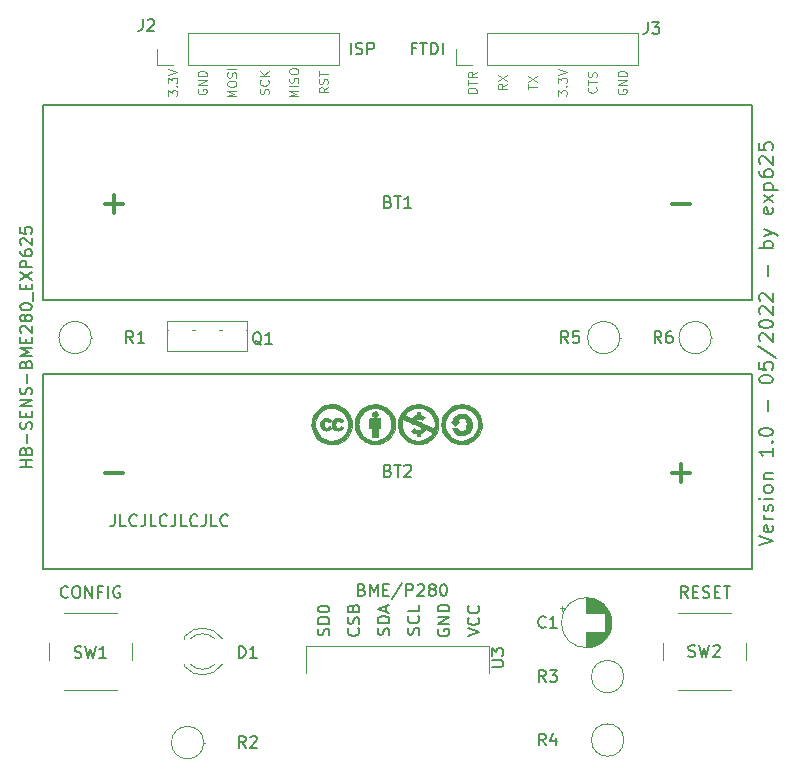
<source format=gbr>
%TF.GenerationSoftware,KiCad,Pcbnew,(6.0.4)*%
%TF.CreationDate,2022-05-02T14:14:32+02:00*%
%TF.ProjectId,HB-SEN-BME280_EXP625,48422d53-454e-42d4-924d-453238305f45,1.0*%
%TF.SameCoordinates,Original*%
%TF.FileFunction,Legend,Top*%
%TF.FilePolarity,Positive*%
%FSLAX46Y46*%
G04 Gerber Fmt 4.6, Leading zero omitted, Abs format (unit mm)*
G04 Created by KiCad (PCBNEW (6.0.4)) date 2022-05-02 14:14:32*
%MOMM*%
%LPD*%
G01*
G04 APERTURE LIST*
%ADD10C,0.200000*%
%ADD11C,0.150000*%
%ADD12C,0.300000*%
%ADD13C,0.125000*%
%ADD14C,0.120000*%
%ADD15C,0.127000*%
%ADD16C,0.010000*%
G04 APERTURE END LIST*
D10*
X175692857Y-107755714D02*
X176892857Y-107355714D01*
X175692857Y-106955714D01*
X176835714Y-106098571D02*
X176892857Y-106212857D01*
X176892857Y-106441428D01*
X176835714Y-106555714D01*
X176721428Y-106612857D01*
X176264285Y-106612857D01*
X176150000Y-106555714D01*
X176092857Y-106441428D01*
X176092857Y-106212857D01*
X176150000Y-106098571D01*
X176264285Y-106041428D01*
X176378571Y-106041428D01*
X176492857Y-106612857D01*
X176892857Y-105527142D02*
X176092857Y-105527142D01*
X176321428Y-105527142D02*
X176207142Y-105470000D01*
X176150000Y-105412857D01*
X176092857Y-105298571D01*
X176092857Y-105184285D01*
X176835714Y-104841428D02*
X176892857Y-104727142D01*
X176892857Y-104498571D01*
X176835714Y-104384285D01*
X176721428Y-104327142D01*
X176664285Y-104327142D01*
X176550000Y-104384285D01*
X176492857Y-104498571D01*
X176492857Y-104670000D01*
X176435714Y-104784285D01*
X176321428Y-104841428D01*
X176264285Y-104841428D01*
X176150000Y-104784285D01*
X176092857Y-104670000D01*
X176092857Y-104498571D01*
X176150000Y-104384285D01*
X176892857Y-103812857D02*
X176092857Y-103812857D01*
X175692857Y-103812857D02*
X175750000Y-103870000D01*
X175807142Y-103812857D01*
X175750000Y-103755714D01*
X175692857Y-103812857D01*
X175807142Y-103812857D01*
X176892857Y-103070000D02*
X176835714Y-103184285D01*
X176778571Y-103241428D01*
X176664285Y-103298571D01*
X176321428Y-103298571D01*
X176207142Y-103241428D01*
X176150000Y-103184285D01*
X176092857Y-103070000D01*
X176092857Y-102898571D01*
X176150000Y-102784285D01*
X176207142Y-102727142D01*
X176321428Y-102670000D01*
X176664285Y-102670000D01*
X176778571Y-102727142D01*
X176835714Y-102784285D01*
X176892857Y-102898571D01*
X176892857Y-103070000D01*
X176092857Y-102155714D02*
X176892857Y-102155714D01*
X176207142Y-102155714D02*
X176150000Y-102098571D01*
X176092857Y-101984285D01*
X176092857Y-101812857D01*
X176150000Y-101698571D01*
X176264285Y-101641428D01*
X176892857Y-101641428D01*
X176892857Y-99527142D02*
X176892857Y-100212857D01*
X176892857Y-99870000D02*
X175692857Y-99870000D01*
X175864285Y-99984285D01*
X175978571Y-100098571D01*
X176035714Y-100212857D01*
X176778571Y-99012857D02*
X176835714Y-98955714D01*
X176892857Y-99012857D01*
X176835714Y-99070000D01*
X176778571Y-99012857D01*
X176892857Y-99012857D01*
X175692857Y-98212857D02*
X175692857Y-98098571D01*
X175750000Y-97984285D01*
X175807142Y-97927142D01*
X175921428Y-97870000D01*
X176150000Y-97812857D01*
X176435714Y-97812857D01*
X176664285Y-97870000D01*
X176778571Y-97927142D01*
X176835714Y-97984285D01*
X176892857Y-98098571D01*
X176892857Y-98212857D01*
X176835714Y-98327142D01*
X176778571Y-98384285D01*
X176664285Y-98441428D01*
X176435714Y-98498571D01*
X176150000Y-98498571D01*
X175921428Y-98441428D01*
X175807142Y-98384285D01*
X175750000Y-98327142D01*
X175692857Y-98212857D01*
X176435714Y-96384285D02*
X176435714Y-95470000D01*
X175692857Y-93755714D02*
X175692857Y-93641428D01*
X175750000Y-93527142D01*
X175807142Y-93470000D01*
X175921428Y-93412857D01*
X176150000Y-93355714D01*
X176435714Y-93355714D01*
X176664285Y-93412857D01*
X176778571Y-93470000D01*
X176835714Y-93527142D01*
X176892857Y-93641428D01*
X176892857Y-93755714D01*
X176835714Y-93870000D01*
X176778571Y-93927142D01*
X176664285Y-93984285D01*
X176435714Y-94041428D01*
X176150000Y-94041428D01*
X175921428Y-93984285D01*
X175807142Y-93927142D01*
X175750000Y-93870000D01*
X175692857Y-93755714D01*
X175692857Y-92270000D02*
X175692857Y-92841428D01*
X176264285Y-92898571D01*
X176207142Y-92841428D01*
X176150000Y-92727142D01*
X176150000Y-92441428D01*
X176207142Y-92327142D01*
X176264285Y-92270000D01*
X176378571Y-92212857D01*
X176664285Y-92212857D01*
X176778571Y-92270000D01*
X176835714Y-92327142D01*
X176892857Y-92441428D01*
X176892857Y-92727142D01*
X176835714Y-92841428D01*
X176778571Y-92898571D01*
X175635714Y-90841428D02*
X177178571Y-91870000D01*
X175807142Y-90498571D02*
X175750000Y-90441428D01*
X175692857Y-90327142D01*
X175692857Y-90041428D01*
X175750000Y-89927142D01*
X175807142Y-89870000D01*
X175921428Y-89812857D01*
X176035714Y-89812857D01*
X176207142Y-89870000D01*
X176892857Y-90555714D01*
X176892857Y-89812857D01*
X175692857Y-89070000D02*
X175692857Y-88955714D01*
X175750000Y-88841428D01*
X175807142Y-88784285D01*
X175921428Y-88727142D01*
X176150000Y-88670000D01*
X176435714Y-88670000D01*
X176664285Y-88727142D01*
X176778571Y-88784285D01*
X176835714Y-88841428D01*
X176892857Y-88955714D01*
X176892857Y-89070000D01*
X176835714Y-89184285D01*
X176778571Y-89241428D01*
X176664285Y-89298571D01*
X176435714Y-89355714D01*
X176150000Y-89355714D01*
X175921428Y-89298571D01*
X175807142Y-89241428D01*
X175750000Y-89184285D01*
X175692857Y-89070000D01*
X175807142Y-88212857D02*
X175750000Y-88155714D01*
X175692857Y-88041428D01*
X175692857Y-87755714D01*
X175750000Y-87641428D01*
X175807142Y-87584285D01*
X175921428Y-87527142D01*
X176035714Y-87527142D01*
X176207142Y-87584285D01*
X176892857Y-88270000D01*
X176892857Y-87527142D01*
X175807142Y-87070000D02*
X175750000Y-87012857D01*
X175692857Y-86898571D01*
X175692857Y-86612857D01*
X175750000Y-86498571D01*
X175807142Y-86441428D01*
X175921428Y-86384285D01*
X176035714Y-86384285D01*
X176207142Y-86441428D01*
X176892857Y-87127142D01*
X176892857Y-86384285D01*
X176435714Y-84955714D02*
X176435714Y-84041428D01*
X176892857Y-82555714D02*
X175692857Y-82555714D01*
X176150000Y-82555714D02*
X176092857Y-82441428D01*
X176092857Y-82212857D01*
X176150000Y-82098571D01*
X176207142Y-82041428D01*
X176321428Y-81984285D01*
X176664285Y-81984285D01*
X176778571Y-82041428D01*
X176835714Y-82098571D01*
X176892857Y-82212857D01*
X176892857Y-82441428D01*
X176835714Y-82555714D01*
X176092857Y-81584285D02*
X176892857Y-81298571D01*
X176092857Y-81012857D02*
X176892857Y-81298571D01*
X177178571Y-81412857D01*
X177235714Y-81470000D01*
X177292857Y-81584285D01*
X176835714Y-79184285D02*
X176892857Y-79298571D01*
X176892857Y-79527142D01*
X176835714Y-79641428D01*
X176721428Y-79698571D01*
X176264285Y-79698571D01*
X176150000Y-79641428D01*
X176092857Y-79527142D01*
X176092857Y-79298571D01*
X176150000Y-79184285D01*
X176264285Y-79127142D01*
X176378571Y-79127142D01*
X176492857Y-79698571D01*
X176892857Y-78727142D02*
X176092857Y-78098571D01*
X176092857Y-78727142D02*
X176892857Y-78098571D01*
X176092857Y-77641428D02*
X177292857Y-77641428D01*
X176150000Y-77641428D02*
X176092857Y-77527142D01*
X176092857Y-77298571D01*
X176150000Y-77184285D01*
X176207142Y-77127142D01*
X176321428Y-77070000D01*
X176664285Y-77070000D01*
X176778571Y-77127142D01*
X176835714Y-77184285D01*
X176892857Y-77298571D01*
X176892857Y-77527142D01*
X176835714Y-77641428D01*
X175692857Y-76041428D02*
X175692857Y-76270000D01*
X175750000Y-76384285D01*
X175807142Y-76441428D01*
X175978571Y-76555714D01*
X176207142Y-76612857D01*
X176664285Y-76612857D01*
X176778571Y-76555714D01*
X176835714Y-76498571D01*
X176892857Y-76384285D01*
X176892857Y-76155714D01*
X176835714Y-76041428D01*
X176778571Y-75984285D01*
X176664285Y-75927142D01*
X176378571Y-75927142D01*
X176264285Y-75984285D01*
X176207142Y-76041428D01*
X176150000Y-76155714D01*
X176150000Y-76384285D01*
X176207142Y-76498571D01*
X176264285Y-76555714D01*
X176378571Y-76612857D01*
X175807142Y-75470000D02*
X175750000Y-75412857D01*
X175692857Y-75298571D01*
X175692857Y-75012857D01*
X175750000Y-74898571D01*
X175807142Y-74841428D01*
X175921428Y-74784285D01*
X176035714Y-74784285D01*
X176207142Y-74841428D01*
X176892857Y-75527142D01*
X176892857Y-74784285D01*
X175692857Y-73698571D02*
X175692857Y-74270000D01*
X176264285Y-74327142D01*
X176207142Y-74270000D01*
X176150000Y-74155714D01*
X176150000Y-73870000D01*
X176207142Y-73755714D01*
X176264285Y-73698571D01*
X176378571Y-73641428D01*
X176664285Y-73641428D01*
X176778571Y-73698571D01*
X176835714Y-73755714D01*
X176892857Y-73870000D01*
X176892857Y-74155714D01*
X176835714Y-74270000D01*
X176778571Y-74327142D01*
X121153809Y-105147380D02*
X121153809Y-105861666D01*
X121106190Y-106004523D01*
X121010952Y-106099761D01*
X120868095Y-106147380D01*
X120772857Y-106147380D01*
X122106190Y-106147380D02*
X121630000Y-106147380D01*
X121630000Y-105147380D01*
X123010952Y-106052142D02*
X122963333Y-106099761D01*
X122820476Y-106147380D01*
X122725238Y-106147380D01*
X122582380Y-106099761D01*
X122487142Y-106004523D01*
X122439523Y-105909285D01*
X122391904Y-105718809D01*
X122391904Y-105575952D01*
X122439523Y-105385476D01*
X122487142Y-105290238D01*
X122582380Y-105195000D01*
X122725238Y-105147380D01*
X122820476Y-105147380D01*
X122963333Y-105195000D01*
X123010952Y-105242619D01*
X123725238Y-105147380D02*
X123725238Y-105861666D01*
X123677619Y-106004523D01*
X123582380Y-106099761D01*
X123439523Y-106147380D01*
X123344285Y-106147380D01*
X124677619Y-106147380D02*
X124201428Y-106147380D01*
X124201428Y-105147380D01*
X125582380Y-106052142D02*
X125534761Y-106099761D01*
X125391904Y-106147380D01*
X125296666Y-106147380D01*
X125153809Y-106099761D01*
X125058571Y-106004523D01*
X125010952Y-105909285D01*
X124963333Y-105718809D01*
X124963333Y-105575952D01*
X125010952Y-105385476D01*
X125058571Y-105290238D01*
X125153809Y-105195000D01*
X125296666Y-105147380D01*
X125391904Y-105147380D01*
X125534761Y-105195000D01*
X125582380Y-105242619D01*
X126296666Y-105147380D02*
X126296666Y-105861666D01*
X126249047Y-106004523D01*
X126153809Y-106099761D01*
X126010952Y-106147380D01*
X125915714Y-106147380D01*
X127249047Y-106147380D02*
X126772857Y-106147380D01*
X126772857Y-105147380D01*
X128153809Y-106052142D02*
X128106190Y-106099761D01*
X127963333Y-106147380D01*
X127868095Y-106147380D01*
X127725238Y-106099761D01*
X127630000Y-106004523D01*
X127582380Y-105909285D01*
X127534761Y-105718809D01*
X127534761Y-105575952D01*
X127582380Y-105385476D01*
X127630000Y-105290238D01*
X127725238Y-105195000D01*
X127868095Y-105147380D01*
X127963333Y-105147380D01*
X128106190Y-105195000D01*
X128153809Y-105242619D01*
X128868095Y-105147380D02*
X128868095Y-105861666D01*
X128820476Y-106004523D01*
X128725238Y-106099761D01*
X128582380Y-106147380D01*
X128487142Y-106147380D01*
X129820476Y-106147380D02*
X129344285Y-106147380D01*
X129344285Y-105147380D01*
X130725238Y-106052142D02*
X130677619Y-106099761D01*
X130534761Y-106147380D01*
X130439523Y-106147380D01*
X130296666Y-106099761D01*
X130201428Y-106004523D01*
X130153809Y-105909285D01*
X130106190Y-105718809D01*
X130106190Y-105575952D01*
X130153809Y-105385476D01*
X130201428Y-105290238D01*
X130296666Y-105195000D01*
X130439523Y-105147380D01*
X130534761Y-105147380D01*
X130677619Y-105195000D01*
X130725238Y-105242619D01*
X114147380Y-101131904D02*
X113147380Y-101131904D01*
X113623571Y-101131904D02*
X113623571Y-100560476D01*
X114147380Y-100560476D02*
X113147380Y-100560476D01*
X113623571Y-99750952D02*
X113671190Y-99608095D01*
X113718809Y-99560476D01*
X113814047Y-99512857D01*
X113956904Y-99512857D01*
X114052142Y-99560476D01*
X114099761Y-99608095D01*
X114147380Y-99703333D01*
X114147380Y-100084285D01*
X113147380Y-100084285D01*
X113147380Y-99750952D01*
X113195000Y-99655714D01*
X113242619Y-99608095D01*
X113337857Y-99560476D01*
X113433095Y-99560476D01*
X113528333Y-99608095D01*
X113575952Y-99655714D01*
X113623571Y-99750952D01*
X113623571Y-100084285D01*
X113766428Y-99084285D02*
X113766428Y-98322380D01*
X114099761Y-97893809D02*
X114147380Y-97750952D01*
X114147380Y-97512857D01*
X114099761Y-97417619D01*
X114052142Y-97370000D01*
X113956904Y-97322380D01*
X113861666Y-97322380D01*
X113766428Y-97370000D01*
X113718809Y-97417619D01*
X113671190Y-97512857D01*
X113623571Y-97703333D01*
X113575952Y-97798571D01*
X113528333Y-97846190D01*
X113433095Y-97893809D01*
X113337857Y-97893809D01*
X113242619Y-97846190D01*
X113195000Y-97798571D01*
X113147380Y-97703333D01*
X113147380Y-97465238D01*
X113195000Y-97322380D01*
X113623571Y-96893809D02*
X113623571Y-96560476D01*
X114147380Y-96417619D02*
X114147380Y-96893809D01*
X113147380Y-96893809D01*
X113147380Y-96417619D01*
X114147380Y-95989047D02*
X113147380Y-95989047D01*
X114147380Y-95417619D01*
X113147380Y-95417619D01*
X114099761Y-94989047D02*
X114147380Y-94846190D01*
X114147380Y-94608095D01*
X114099761Y-94512857D01*
X114052142Y-94465238D01*
X113956904Y-94417619D01*
X113861666Y-94417619D01*
X113766428Y-94465238D01*
X113718809Y-94512857D01*
X113671190Y-94608095D01*
X113623571Y-94798571D01*
X113575952Y-94893809D01*
X113528333Y-94941428D01*
X113433095Y-94989047D01*
X113337857Y-94989047D01*
X113242619Y-94941428D01*
X113195000Y-94893809D01*
X113147380Y-94798571D01*
X113147380Y-94560476D01*
X113195000Y-94417619D01*
X113766428Y-93989047D02*
X113766428Y-93227142D01*
X113623571Y-92417619D02*
X113671190Y-92274761D01*
X113718809Y-92227142D01*
X113814047Y-92179523D01*
X113956904Y-92179523D01*
X114052142Y-92227142D01*
X114099761Y-92274761D01*
X114147380Y-92370000D01*
X114147380Y-92750952D01*
X113147380Y-92750952D01*
X113147380Y-92417619D01*
X113195000Y-92322380D01*
X113242619Y-92274761D01*
X113337857Y-92227142D01*
X113433095Y-92227142D01*
X113528333Y-92274761D01*
X113575952Y-92322380D01*
X113623571Y-92417619D01*
X113623571Y-92750952D01*
X114147380Y-91750952D02*
X113147380Y-91750952D01*
X113861666Y-91417619D01*
X113147380Y-91084285D01*
X114147380Y-91084285D01*
X113623571Y-90608095D02*
X113623571Y-90274761D01*
X114147380Y-90131904D02*
X114147380Y-90608095D01*
X113147380Y-90608095D01*
X113147380Y-90131904D01*
X113242619Y-89750952D02*
X113195000Y-89703333D01*
X113147380Y-89608095D01*
X113147380Y-89370000D01*
X113195000Y-89274761D01*
X113242619Y-89227142D01*
X113337857Y-89179523D01*
X113433095Y-89179523D01*
X113575952Y-89227142D01*
X114147380Y-89798571D01*
X114147380Y-89179523D01*
X113575952Y-88608095D02*
X113528333Y-88703333D01*
X113480714Y-88750952D01*
X113385476Y-88798571D01*
X113337857Y-88798571D01*
X113242619Y-88750952D01*
X113195000Y-88703333D01*
X113147380Y-88608095D01*
X113147380Y-88417619D01*
X113195000Y-88322380D01*
X113242619Y-88274761D01*
X113337857Y-88227142D01*
X113385476Y-88227142D01*
X113480714Y-88274761D01*
X113528333Y-88322380D01*
X113575952Y-88417619D01*
X113575952Y-88608095D01*
X113623571Y-88703333D01*
X113671190Y-88750952D01*
X113766428Y-88798571D01*
X113956904Y-88798571D01*
X114052142Y-88750952D01*
X114099761Y-88703333D01*
X114147380Y-88608095D01*
X114147380Y-88417619D01*
X114099761Y-88322380D01*
X114052142Y-88274761D01*
X113956904Y-88227142D01*
X113766428Y-88227142D01*
X113671190Y-88274761D01*
X113623571Y-88322380D01*
X113575952Y-88417619D01*
X113147380Y-87608095D02*
X113147380Y-87512857D01*
X113195000Y-87417619D01*
X113242619Y-87370000D01*
X113337857Y-87322380D01*
X113528333Y-87274761D01*
X113766428Y-87274761D01*
X113956904Y-87322380D01*
X114052142Y-87370000D01*
X114099761Y-87417619D01*
X114147380Y-87512857D01*
X114147380Y-87608095D01*
X114099761Y-87703333D01*
X114052142Y-87750952D01*
X113956904Y-87798571D01*
X113766428Y-87846190D01*
X113528333Y-87846190D01*
X113337857Y-87798571D01*
X113242619Y-87750952D01*
X113195000Y-87703333D01*
X113147380Y-87608095D01*
X114242619Y-87084285D02*
X114242619Y-86322380D01*
X113623571Y-86084285D02*
X113623571Y-85750952D01*
X114147380Y-85608095D02*
X114147380Y-86084285D01*
X113147380Y-86084285D01*
X113147380Y-85608095D01*
X113147380Y-85274761D02*
X114147380Y-84608095D01*
X113147380Y-84608095D02*
X114147380Y-85274761D01*
X114147380Y-84227142D02*
X113147380Y-84227142D01*
X113147380Y-83846190D01*
X113195000Y-83750952D01*
X113242619Y-83703333D01*
X113337857Y-83655714D01*
X113480714Y-83655714D01*
X113575952Y-83703333D01*
X113623571Y-83750952D01*
X113671190Y-83846190D01*
X113671190Y-84227142D01*
X113147380Y-82798571D02*
X113147380Y-82989047D01*
X113195000Y-83084285D01*
X113242619Y-83131904D01*
X113385476Y-83227142D01*
X113575952Y-83274761D01*
X113956904Y-83274761D01*
X114052142Y-83227142D01*
X114099761Y-83179523D01*
X114147380Y-83084285D01*
X114147380Y-82893809D01*
X114099761Y-82798571D01*
X114052142Y-82750952D01*
X113956904Y-82703333D01*
X113718809Y-82703333D01*
X113623571Y-82750952D01*
X113575952Y-82798571D01*
X113528333Y-82893809D01*
X113528333Y-83084285D01*
X113575952Y-83179523D01*
X113623571Y-83227142D01*
X113718809Y-83274761D01*
X113242619Y-82322380D02*
X113195000Y-82274761D01*
X113147380Y-82179523D01*
X113147380Y-81941428D01*
X113195000Y-81846190D01*
X113242619Y-81798571D01*
X113337857Y-81750952D01*
X113433095Y-81750952D01*
X113575952Y-81798571D01*
X114147380Y-82370000D01*
X114147380Y-81750952D01*
X113147380Y-80846190D02*
X113147380Y-81322380D01*
X113623571Y-81370000D01*
X113575952Y-81322380D01*
X113528333Y-81227142D01*
X113528333Y-80989047D01*
X113575952Y-80893809D01*
X113623571Y-80846190D01*
X113718809Y-80798571D01*
X113956904Y-80798571D01*
X114052142Y-80846190D01*
X114099761Y-80893809D01*
X114147380Y-80989047D01*
X114147380Y-81227142D01*
X114099761Y-81322380D01*
X114052142Y-81370000D01*
D11*
%TO.C,C1*%
X157633333Y-114657142D02*
X157585714Y-114704761D01*
X157442857Y-114752380D01*
X157347619Y-114752380D01*
X157204761Y-114704761D01*
X157109523Y-114609523D01*
X157061904Y-114514285D01*
X157014285Y-114323809D01*
X157014285Y-114180952D01*
X157061904Y-113990476D01*
X157109523Y-113895238D01*
X157204761Y-113800000D01*
X157347619Y-113752380D01*
X157442857Y-113752380D01*
X157585714Y-113800000D01*
X157633333Y-113847619D01*
X158585714Y-114752380D02*
X158014285Y-114752380D01*
X158300000Y-114752380D02*
X158300000Y-113752380D01*
X158204761Y-113895238D01*
X158109523Y-113990476D01*
X158014285Y-114038095D01*
%TO.C,BT2*%
X144289285Y-101428571D02*
X144432142Y-101476190D01*
X144479761Y-101523809D01*
X144527380Y-101619047D01*
X144527380Y-101761904D01*
X144479761Y-101857142D01*
X144432142Y-101904761D01*
X144336904Y-101952380D01*
X143955952Y-101952380D01*
X143955952Y-100952380D01*
X144289285Y-100952380D01*
X144384523Y-101000000D01*
X144432142Y-101047619D01*
X144479761Y-101142857D01*
X144479761Y-101238095D01*
X144432142Y-101333333D01*
X144384523Y-101380952D01*
X144289285Y-101428571D01*
X143955952Y-101428571D01*
X144813095Y-100952380D02*
X145384523Y-100952380D01*
X145098809Y-101952380D02*
X145098809Y-100952380D01*
X145670238Y-101047619D02*
X145717857Y-101000000D01*
X145813095Y-100952380D01*
X146051190Y-100952380D01*
X146146428Y-101000000D01*
X146194047Y-101047619D01*
X146241666Y-101142857D01*
X146241666Y-101238095D01*
X146194047Y-101380952D01*
X145622619Y-101952380D01*
X146241666Y-101952380D01*
D12*
X168313095Y-101642857D02*
X169836904Y-101642857D01*
X169075000Y-102404761D02*
X169075000Y-100880952D01*
X120313095Y-101642857D02*
X121836904Y-101642857D01*
D11*
%TO.C,J3*%
X166266666Y-63452380D02*
X166266666Y-64166666D01*
X166219047Y-64309523D01*
X166123809Y-64404761D01*
X165980952Y-64452380D01*
X165885714Y-64452380D01*
X166647619Y-63452380D02*
X167266666Y-63452380D01*
X166933333Y-63833333D01*
X167076190Y-63833333D01*
X167171428Y-63880952D01*
X167219047Y-63928571D01*
X167266666Y-64023809D01*
X167266666Y-64261904D01*
X167219047Y-64357142D01*
X167171428Y-64404761D01*
X167076190Y-64452380D01*
X166790476Y-64452380D01*
X166695238Y-64404761D01*
X166647619Y-64357142D01*
X146623809Y-65678571D02*
X146290476Y-65678571D01*
X146290476Y-66202380D02*
X146290476Y-65202380D01*
X146766666Y-65202380D01*
X147004761Y-65202380D02*
X147576190Y-65202380D01*
X147290476Y-66202380D02*
X147290476Y-65202380D01*
X147909523Y-66202380D02*
X147909523Y-65202380D01*
X148147619Y-65202380D01*
X148290476Y-65250000D01*
X148385714Y-65345238D01*
X148433333Y-65440476D01*
X148480952Y-65630952D01*
X148480952Y-65773809D01*
X148433333Y-65964285D01*
X148385714Y-66059523D01*
X148290476Y-66154761D01*
X148147619Y-66202380D01*
X147909523Y-66202380D01*
X148909523Y-66202380D02*
X148909523Y-65202380D01*
D13*
X156119285Y-69151428D02*
X156119285Y-68722857D01*
X156869285Y-68937142D02*
X156119285Y-68937142D01*
X156119285Y-68544285D02*
X156869285Y-68044285D01*
X156119285Y-68044285D02*
X156869285Y-68544285D01*
X154329285Y-68705000D02*
X153972142Y-68955000D01*
X154329285Y-69133571D02*
X153579285Y-69133571D01*
X153579285Y-68847857D01*
X153615000Y-68776428D01*
X153650714Y-68740714D01*
X153722142Y-68705000D01*
X153829285Y-68705000D01*
X153900714Y-68740714D01*
X153936428Y-68776428D01*
X153972142Y-68847857D01*
X153972142Y-69133571D01*
X153579285Y-68455000D02*
X154329285Y-67955000D01*
X153579285Y-67955000D02*
X154329285Y-68455000D01*
X151789285Y-69437142D02*
X151039285Y-69437142D01*
X151039285Y-69258571D01*
X151075000Y-69151428D01*
X151146428Y-69080000D01*
X151217857Y-69044285D01*
X151360714Y-69008571D01*
X151467857Y-69008571D01*
X151610714Y-69044285D01*
X151682142Y-69080000D01*
X151753571Y-69151428D01*
X151789285Y-69258571D01*
X151789285Y-69437142D01*
X151039285Y-68794285D02*
X151039285Y-68365714D01*
X151789285Y-68580000D02*
X151039285Y-68580000D01*
X151789285Y-67687142D02*
X151432142Y-67937142D01*
X151789285Y-68115714D02*
X151039285Y-68115714D01*
X151039285Y-67830000D01*
X151075000Y-67758571D01*
X151110714Y-67722857D01*
X151182142Y-67687142D01*
X151289285Y-67687142D01*
X151360714Y-67722857D01*
X151396428Y-67758571D01*
X151432142Y-67830000D01*
X151432142Y-68115714D01*
X161877857Y-68990714D02*
X161913571Y-69026428D01*
X161949285Y-69133571D01*
X161949285Y-69205000D01*
X161913571Y-69312142D01*
X161842142Y-69383571D01*
X161770714Y-69419285D01*
X161627857Y-69455000D01*
X161520714Y-69455000D01*
X161377857Y-69419285D01*
X161306428Y-69383571D01*
X161235000Y-69312142D01*
X161199285Y-69205000D01*
X161199285Y-69133571D01*
X161235000Y-69026428D01*
X161270714Y-68990714D01*
X161199285Y-68776428D02*
X161199285Y-68347857D01*
X161949285Y-68562142D02*
X161199285Y-68562142D01*
X161913571Y-68133571D02*
X161949285Y-68026428D01*
X161949285Y-67847857D01*
X161913571Y-67776428D01*
X161877857Y-67740714D01*
X161806428Y-67705000D01*
X161735000Y-67705000D01*
X161663571Y-67740714D01*
X161627857Y-67776428D01*
X161592142Y-67847857D01*
X161556428Y-67990714D01*
X161520714Y-68062142D01*
X161485000Y-68097857D01*
X161413571Y-68133571D01*
X161342142Y-68133571D01*
X161270714Y-68097857D01*
X161235000Y-68062142D01*
X161199285Y-67990714D01*
X161199285Y-67812142D01*
X161235000Y-67705000D01*
X158659285Y-69687142D02*
X158659285Y-69222857D01*
X158945000Y-69472857D01*
X158945000Y-69365714D01*
X158980714Y-69294285D01*
X159016428Y-69258571D01*
X159087857Y-69222857D01*
X159266428Y-69222857D01*
X159337857Y-69258571D01*
X159373571Y-69294285D01*
X159409285Y-69365714D01*
X159409285Y-69580000D01*
X159373571Y-69651428D01*
X159337857Y-69687142D01*
X159337857Y-68901428D02*
X159373571Y-68865714D01*
X159409285Y-68901428D01*
X159373571Y-68937142D01*
X159337857Y-68901428D01*
X159409285Y-68901428D01*
X158659285Y-68615714D02*
X158659285Y-68151428D01*
X158945000Y-68401428D01*
X158945000Y-68294285D01*
X158980714Y-68222857D01*
X159016428Y-68187142D01*
X159087857Y-68151428D01*
X159266428Y-68151428D01*
X159337857Y-68187142D01*
X159373571Y-68222857D01*
X159409285Y-68294285D01*
X159409285Y-68508571D01*
X159373571Y-68580000D01*
X159337857Y-68615714D01*
X158659285Y-67937142D02*
X159409285Y-67687142D01*
X158659285Y-67437142D01*
X163775000Y-69151428D02*
X163739285Y-69222857D01*
X163739285Y-69330000D01*
X163775000Y-69437142D01*
X163846428Y-69508571D01*
X163917857Y-69544285D01*
X164060714Y-69580000D01*
X164167857Y-69580000D01*
X164310714Y-69544285D01*
X164382142Y-69508571D01*
X164453571Y-69437142D01*
X164489285Y-69330000D01*
X164489285Y-69258571D01*
X164453571Y-69151428D01*
X164417857Y-69115714D01*
X164167857Y-69115714D01*
X164167857Y-69258571D01*
X164489285Y-68794285D02*
X163739285Y-68794285D01*
X164489285Y-68365714D01*
X163739285Y-68365714D01*
X164489285Y-68008571D02*
X163739285Y-68008571D01*
X163739285Y-67830000D01*
X163775000Y-67722857D01*
X163846428Y-67651428D01*
X163917857Y-67615714D01*
X164060714Y-67580000D01*
X164167857Y-67580000D01*
X164310714Y-67615714D01*
X164382142Y-67651428D01*
X164453571Y-67722857D01*
X164489285Y-67830000D01*
X164489285Y-68008571D01*
D11*
%TO.C,R4*%
X157633333Y-124702380D02*
X157300000Y-124226190D01*
X157061904Y-124702380D02*
X157061904Y-123702380D01*
X157442857Y-123702380D01*
X157538095Y-123750000D01*
X157585714Y-123797619D01*
X157633333Y-123892857D01*
X157633333Y-124035714D01*
X157585714Y-124130952D01*
X157538095Y-124178571D01*
X157442857Y-124226190D01*
X157061904Y-124226190D01*
X158490476Y-124035714D02*
X158490476Y-124702380D01*
X158252380Y-123654761D02*
X158014285Y-124369047D01*
X158633333Y-124369047D01*
%TO.C,Q1*%
X133574761Y-90797619D02*
X133479523Y-90750000D01*
X133384285Y-90654761D01*
X133241428Y-90511904D01*
X133146190Y-90464285D01*
X133050952Y-90464285D01*
X133098571Y-90702380D02*
X133003333Y-90654761D01*
X132908095Y-90559523D01*
X132860476Y-90369047D01*
X132860476Y-90035714D01*
X132908095Y-89845238D01*
X133003333Y-89750000D01*
X133098571Y-89702380D01*
X133289047Y-89702380D01*
X133384285Y-89750000D01*
X133479523Y-89845238D01*
X133527142Y-90035714D01*
X133527142Y-90369047D01*
X133479523Y-90559523D01*
X133384285Y-90654761D01*
X133289047Y-90702380D01*
X133098571Y-90702380D01*
X134479523Y-90702380D02*
X133908095Y-90702380D01*
X134193809Y-90702380D02*
X134193809Y-89702380D01*
X134098571Y-89845238D01*
X134003333Y-89940476D01*
X133908095Y-89988095D01*
%TO.C,R6*%
X167433333Y-90622380D02*
X167100000Y-90146190D01*
X166861904Y-90622380D02*
X166861904Y-89622380D01*
X167242857Y-89622380D01*
X167338095Y-89670000D01*
X167385714Y-89717619D01*
X167433333Y-89812857D01*
X167433333Y-89955714D01*
X167385714Y-90050952D01*
X167338095Y-90098571D01*
X167242857Y-90146190D01*
X166861904Y-90146190D01*
X168290476Y-89622380D02*
X168100000Y-89622380D01*
X168004761Y-89670000D01*
X167957142Y-89717619D01*
X167861904Y-89860476D01*
X167814285Y-90050952D01*
X167814285Y-90431904D01*
X167861904Y-90527142D01*
X167909523Y-90574761D01*
X168004761Y-90622380D01*
X168195238Y-90622380D01*
X168290476Y-90574761D01*
X168338095Y-90527142D01*
X168385714Y-90431904D01*
X168385714Y-90193809D01*
X168338095Y-90098571D01*
X168290476Y-90050952D01*
X168195238Y-90003333D01*
X168004761Y-90003333D01*
X167909523Y-90050952D01*
X167861904Y-90098571D01*
X167814285Y-90193809D01*
%TO.C,R3*%
X157633333Y-119324380D02*
X157300000Y-118848190D01*
X157061904Y-119324380D02*
X157061904Y-118324380D01*
X157442857Y-118324380D01*
X157538095Y-118372000D01*
X157585714Y-118419619D01*
X157633333Y-118514857D01*
X157633333Y-118657714D01*
X157585714Y-118752952D01*
X157538095Y-118800571D01*
X157442857Y-118848190D01*
X157061904Y-118848190D01*
X157966666Y-118324380D02*
X158585714Y-118324380D01*
X158252380Y-118705333D01*
X158395238Y-118705333D01*
X158490476Y-118752952D01*
X158538095Y-118800571D01*
X158585714Y-118895809D01*
X158585714Y-119133904D01*
X158538095Y-119229142D01*
X158490476Y-119276761D01*
X158395238Y-119324380D01*
X158109523Y-119324380D01*
X158014285Y-119276761D01*
X157966666Y-119229142D01*
%TO.C,U3*%
X153061380Y-118058904D02*
X153870904Y-118058904D01*
X153966142Y-118011285D01*
X154013761Y-117963666D01*
X154061380Y-117868428D01*
X154061380Y-117677952D01*
X154013761Y-117582714D01*
X153966142Y-117535095D01*
X153870904Y-117487476D01*
X153061380Y-117487476D01*
X153061380Y-117106523D02*
X153061380Y-116487476D01*
X153442333Y-116820809D01*
X153442333Y-116677952D01*
X153489952Y-116582714D01*
X153537571Y-116535095D01*
X153632809Y-116487476D01*
X153870904Y-116487476D01*
X153966142Y-116535095D01*
X154013761Y-116582714D01*
X154061380Y-116677952D01*
X154061380Y-116963666D01*
X154013761Y-117058904D01*
X153966142Y-117106523D01*
X148537000Y-114883904D02*
X148489380Y-114979142D01*
X148489380Y-115122000D01*
X148537000Y-115264857D01*
X148632238Y-115360095D01*
X148727476Y-115407714D01*
X148917952Y-115455333D01*
X149060809Y-115455333D01*
X149251285Y-115407714D01*
X149346523Y-115360095D01*
X149441761Y-115264857D01*
X149489380Y-115122000D01*
X149489380Y-115026761D01*
X149441761Y-114883904D01*
X149394142Y-114836285D01*
X149060809Y-114836285D01*
X149060809Y-115026761D01*
X149489380Y-114407714D02*
X148489380Y-114407714D01*
X149489380Y-113836285D01*
X148489380Y-113836285D01*
X149489380Y-113360095D02*
X148489380Y-113360095D01*
X148489380Y-113122000D01*
X148537000Y-112979142D01*
X148632238Y-112883904D01*
X148727476Y-112836285D01*
X148917952Y-112788666D01*
X149060809Y-112788666D01*
X149251285Y-112836285D01*
X149346523Y-112883904D01*
X149441761Y-112979142D01*
X149489380Y-113122000D01*
X149489380Y-113360095D01*
X139281761Y-115383904D02*
X139329380Y-115241047D01*
X139329380Y-115002952D01*
X139281761Y-114907714D01*
X139234142Y-114860095D01*
X139138904Y-114812476D01*
X139043666Y-114812476D01*
X138948428Y-114860095D01*
X138900809Y-114907714D01*
X138853190Y-115002952D01*
X138805571Y-115193428D01*
X138757952Y-115288666D01*
X138710333Y-115336285D01*
X138615095Y-115383904D01*
X138519857Y-115383904D01*
X138424619Y-115336285D01*
X138377000Y-115288666D01*
X138329380Y-115193428D01*
X138329380Y-114955333D01*
X138377000Y-114812476D01*
X139329380Y-114383904D02*
X138329380Y-114383904D01*
X138329380Y-114145809D01*
X138377000Y-114002952D01*
X138472238Y-113907714D01*
X138567476Y-113860095D01*
X138757952Y-113812476D01*
X138900809Y-113812476D01*
X139091285Y-113860095D01*
X139186523Y-113907714D01*
X139281761Y-114002952D01*
X139329380Y-114145809D01*
X139329380Y-114383904D01*
X138329380Y-113193428D02*
X138329380Y-113098190D01*
X138377000Y-113002952D01*
X138424619Y-112955333D01*
X138519857Y-112907714D01*
X138710333Y-112860095D01*
X138948428Y-112860095D01*
X139138904Y-112907714D01*
X139234142Y-112955333D01*
X139281761Y-113002952D01*
X139329380Y-113098190D01*
X139329380Y-113193428D01*
X139281761Y-113288666D01*
X139234142Y-113336285D01*
X139138904Y-113383904D01*
X138948428Y-113431523D01*
X138710333Y-113431523D01*
X138519857Y-113383904D01*
X138424619Y-113336285D01*
X138377000Y-113288666D01*
X138329380Y-113193428D01*
X141774142Y-114788666D02*
X141821761Y-114836285D01*
X141869380Y-114979142D01*
X141869380Y-115074380D01*
X141821761Y-115217238D01*
X141726523Y-115312476D01*
X141631285Y-115360095D01*
X141440809Y-115407714D01*
X141297952Y-115407714D01*
X141107476Y-115360095D01*
X141012238Y-115312476D01*
X140917000Y-115217238D01*
X140869380Y-115074380D01*
X140869380Y-114979142D01*
X140917000Y-114836285D01*
X140964619Y-114788666D01*
X141821761Y-114407714D02*
X141869380Y-114264857D01*
X141869380Y-114026761D01*
X141821761Y-113931523D01*
X141774142Y-113883904D01*
X141678904Y-113836285D01*
X141583666Y-113836285D01*
X141488428Y-113883904D01*
X141440809Y-113931523D01*
X141393190Y-114026761D01*
X141345571Y-114217238D01*
X141297952Y-114312476D01*
X141250333Y-114360095D01*
X141155095Y-114407714D01*
X141059857Y-114407714D01*
X140964619Y-114360095D01*
X140917000Y-114312476D01*
X140869380Y-114217238D01*
X140869380Y-113979142D01*
X140917000Y-113836285D01*
X141345571Y-113074380D02*
X141393190Y-112931523D01*
X141440809Y-112883904D01*
X141536047Y-112836285D01*
X141678904Y-112836285D01*
X141774142Y-112883904D01*
X141821761Y-112931523D01*
X141869380Y-113026761D01*
X141869380Y-113407714D01*
X140869380Y-113407714D01*
X140869380Y-113074380D01*
X140917000Y-112979142D01*
X140964619Y-112931523D01*
X141059857Y-112883904D01*
X141155095Y-112883904D01*
X141250333Y-112931523D01*
X141297952Y-112979142D01*
X141345571Y-113074380D01*
X141345571Y-113407714D01*
X144361761Y-115336285D02*
X144409380Y-115193428D01*
X144409380Y-114955333D01*
X144361761Y-114860095D01*
X144314142Y-114812476D01*
X144218904Y-114764857D01*
X144123666Y-114764857D01*
X144028428Y-114812476D01*
X143980809Y-114860095D01*
X143933190Y-114955333D01*
X143885571Y-115145809D01*
X143837952Y-115241047D01*
X143790333Y-115288666D01*
X143695095Y-115336285D01*
X143599857Y-115336285D01*
X143504619Y-115288666D01*
X143457000Y-115241047D01*
X143409380Y-115145809D01*
X143409380Y-114907714D01*
X143457000Y-114764857D01*
X144409380Y-114336285D02*
X143409380Y-114336285D01*
X143409380Y-114098190D01*
X143457000Y-113955333D01*
X143552238Y-113860095D01*
X143647476Y-113812476D01*
X143837952Y-113764857D01*
X143980809Y-113764857D01*
X144171285Y-113812476D01*
X144266523Y-113860095D01*
X144361761Y-113955333D01*
X144409380Y-114098190D01*
X144409380Y-114336285D01*
X144123666Y-113383904D02*
X144123666Y-112907714D01*
X144409380Y-113479142D02*
X143409380Y-113145809D01*
X144409380Y-112812476D01*
X151029380Y-115455333D02*
X152029380Y-115122000D01*
X151029380Y-114788666D01*
X151934142Y-113883904D02*
X151981761Y-113931523D01*
X152029380Y-114074380D01*
X152029380Y-114169619D01*
X151981761Y-114312476D01*
X151886523Y-114407714D01*
X151791285Y-114455333D01*
X151600809Y-114502952D01*
X151457952Y-114502952D01*
X151267476Y-114455333D01*
X151172238Y-114407714D01*
X151077000Y-114312476D01*
X151029380Y-114169619D01*
X151029380Y-114074380D01*
X151077000Y-113931523D01*
X151124619Y-113883904D01*
X151934142Y-112883904D02*
X151981761Y-112931523D01*
X152029380Y-113074380D01*
X152029380Y-113169619D01*
X151981761Y-113312476D01*
X151886523Y-113407714D01*
X151791285Y-113455333D01*
X151600809Y-113502952D01*
X151457952Y-113502952D01*
X151267476Y-113455333D01*
X151172238Y-113407714D01*
X151077000Y-113312476D01*
X151029380Y-113169619D01*
X151029380Y-113074380D01*
X151077000Y-112931523D01*
X151124619Y-112883904D01*
X142076238Y-111510571D02*
X142219095Y-111558190D01*
X142266714Y-111605809D01*
X142314333Y-111701047D01*
X142314333Y-111843904D01*
X142266714Y-111939142D01*
X142219095Y-111986761D01*
X142123857Y-112034380D01*
X141742904Y-112034380D01*
X141742904Y-111034380D01*
X142076238Y-111034380D01*
X142171476Y-111082000D01*
X142219095Y-111129619D01*
X142266714Y-111224857D01*
X142266714Y-111320095D01*
X142219095Y-111415333D01*
X142171476Y-111462952D01*
X142076238Y-111510571D01*
X141742904Y-111510571D01*
X142742904Y-112034380D02*
X142742904Y-111034380D01*
X143076238Y-111748666D01*
X143409571Y-111034380D01*
X143409571Y-112034380D01*
X143885761Y-111510571D02*
X144219095Y-111510571D01*
X144361952Y-112034380D02*
X143885761Y-112034380D01*
X143885761Y-111034380D01*
X144361952Y-111034380D01*
X145504809Y-110986761D02*
X144647666Y-112272476D01*
X145838142Y-112034380D02*
X145838142Y-111034380D01*
X146219095Y-111034380D01*
X146314333Y-111082000D01*
X146361952Y-111129619D01*
X146409571Y-111224857D01*
X146409571Y-111367714D01*
X146361952Y-111462952D01*
X146314333Y-111510571D01*
X146219095Y-111558190D01*
X145838142Y-111558190D01*
X146790523Y-111129619D02*
X146838142Y-111082000D01*
X146933380Y-111034380D01*
X147171476Y-111034380D01*
X147266714Y-111082000D01*
X147314333Y-111129619D01*
X147361952Y-111224857D01*
X147361952Y-111320095D01*
X147314333Y-111462952D01*
X146742904Y-112034380D01*
X147361952Y-112034380D01*
X147933380Y-111462952D02*
X147838142Y-111415333D01*
X147790523Y-111367714D01*
X147742904Y-111272476D01*
X147742904Y-111224857D01*
X147790523Y-111129619D01*
X147838142Y-111082000D01*
X147933380Y-111034380D01*
X148123857Y-111034380D01*
X148219095Y-111082000D01*
X148266714Y-111129619D01*
X148314333Y-111224857D01*
X148314333Y-111272476D01*
X148266714Y-111367714D01*
X148219095Y-111415333D01*
X148123857Y-111462952D01*
X147933380Y-111462952D01*
X147838142Y-111510571D01*
X147790523Y-111558190D01*
X147742904Y-111653428D01*
X147742904Y-111843904D01*
X147790523Y-111939142D01*
X147838142Y-111986761D01*
X147933380Y-112034380D01*
X148123857Y-112034380D01*
X148219095Y-111986761D01*
X148266714Y-111939142D01*
X148314333Y-111843904D01*
X148314333Y-111653428D01*
X148266714Y-111558190D01*
X148219095Y-111510571D01*
X148123857Y-111462952D01*
X148933380Y-111034380D02*
X149028619Y-111034380D01*
X149123857Y-111082000D01*
X149171476Y-111129619D01*
X149219095Y-111224857D01*
X149266714Y-111415333D01*
X149266714Y-111653428D01*
X149219095Y-111843904D01*
X149171476Y-111939142D01*
X149123857Y-111986761D01*
X149028619Y-112034380D01*
X148933380Y-112034380D01*
X148838142Y-111986761D01*
X148790523Y-111939142D01*
X148742904Y-111843904D01*
X148695285Y-111653428D01*
X148695285Y-111415333D01*
X148742904Y-111224857D01*
X148790523Y-111129619D01*
X148838142Y-111082000D01*
X148933380Y-111034380D01*
X146901761Y-115312476D02*
X146949380Y-115169619D01*
X146949380Y-114931523D01*
X146901761Y-114836285D01*
X146854142Y-114788666D01*
X146758904Y-114741047D01*
X146663666Y-114741047D01*
X146568428Y-114788666D01*
X146520809Y-114836285D01*
X146473190Y-114931523D01*
X146425571Y-115122000D01*
X146377952Y-115217238D01*
X146330333Y-115264857D01*
X146235095Y-115312476D01*
X146139857Y-115312476D01*
X146044619Y-115264857D01*
X145997000Y-115217238D01*
X145949380Y-115122000D01*
X145949380Y-114883904D01*
X145997000Y-114741047D01*
X146854142Y-113741047D02*
X146901761Y-113788666D01*
X146949380Y-113931523D01*
X146949380Y-114026761D01*
X146901761Y-114169619D01*
X146806523Y-114264857D01*
X146711285Y-114312476D01*
X146520809Y-114360095D01*
X146377952Y-114360095D01*
X146187476Y-114312476D01*
X146092238Y-114264857D01*
X145997000Y-114169619D01*
X145949380Y-114026761D01*
X145949380Y-113931523D01*
X145997000Y-113788666D01*
X146044619Y-113741047D01*
X146949380Y-112836285D02*
X146949380Y-113312476D01*
X145949380Y-113312476D01*
%TO.C,D1*%
X131661904Y-117292380D02*
X131661904Y-116292380D01*
X131900000Y-116292380D01*
X132042857Y-116340000D01*
X132138095Y-116435238D01*
X132185714Y-116530476D01*
X132233333Y-116720952D01*
X132233333Y-116863809D01*
X132185714Y-117054285D01*
X132138095Y-117149523D01*
X132042857Y-117244761D01*
X131900000Y-117292380D01*
X131661904Y-117292380D01*
X133185714Y-117292380D02*
X132614285Y-117292380D01*
X132900000Y-117292380D02*
X132900000Y-116292380D01*
X132804761Y-116435238D01*
X132709523Y-116530476D01*
X132614285Y-116578095D01*
%TO.C,SW1*%
X117766666Y-117244761D02*
X117909523Y-117292380D01*
X118147619Y-117292380D01*
X118242857Y-117244761D01*
X118290476Y-117197142D01*
X118338095Y-117101904D01*
X118338095Y-117006666D01*
X118290476Y-116911428D01*
X118242857Y-116863809D01*
X118147619Y-116816190D01*
X117957142Y-116768571D01*
X117861904Y-116720952D01*
X117814285Y-116673333D01*
X117766666Y-116578095D01*
X117766666Y-116482857D01*
X117814285Y-116387619D01*
X117861904Y-116340000D01*
X117957142Y-116292380D01*
X118195238Y-116292380D01*
X118338095Y-116340000D01*
X118671428Y-116292380D02*
X118909523Y-117292380D01*
X119100000Y-116578095D01*
X119290476Y-117292380D01*
X119528571Y-116292380D01*
X120433333Y-117292380D02*
X119861904Y-117292380D01*
X120147619Y-117292380D02*
X120147619Y-116292380D01*
X120052380Y-116435238D01*
X119957142Y-116530476D01*
X119861904Y-116578095D01*
X117195238Y-112117142D02*
X117147619Y-112164761D01*
X117004761Y-112212380D01*
X116909523Y-112212380D01*
X116766666Y-112164761D01*
X116671428Y-112069523D01*
X116623809Y-111974285D01*
X116576190Y-111783809D01*
X116576190Y-111640952D01*
X116623809Y-111450476D01*
X116671428Y-111355238D01*
X116766666Y-111260000D01*
X116909523Y-111212380D01*
X117004761Y-111212380D01*
X117147619Y-111260000D01*
X117195238Y-111307619D01*
X117814285Y-111212380D02*
X118004761Y-111212380D01*
X118100000Y-111260000D01*
X118195238Y-111355238D01*
X118242857Y-111545714D01*
X118242857Y-111879047D01*
X118195238Y-112069523D01*
X118100000Y-112164761D01*
X118004761Y-112212380D01*
X117814285Y-112212380D01*
X117719047Y-112164761D01*
X117623809Y-112069523D01*
X117576190Y-111879047D01*
X117576190Y-111545714D01*
X117623809Y-111355238D01*
X117719047Y-111260000D01*
X117814285Y-111212380D01*
X118671428Y-112212380D02*
X118671428Y-111212380D01*
X119242857Y-112212380D01*
X119242857Y-111212380D01*
X120052380Y-111688571D02*
X119719047Y-111688571D01*
X119719047Y-112212380D02*
X119719047Y-111212380D01*
X120195238Y-111212380D01*
X120576190Y-112212380D02*
X120576190Y-111212380D01*
X121576190Y-111260000D02*
X121480952Y-111212380D01*
X121338095Y-111212380D01*
X121195238Y-111260000D01*
X121100000Y-111355238D01*
X121052380Y-111450476D01*
X121004761Y-111640952D01*
X121004761Y-111783809D01*
X121052380Y-111974285D01*
X121100000Y-112069523D01*
X121195238Y-112164761D01*
X121338095Y-112212380D01*
X121433333Y-112212380D01*
X121576190Y-112164761D01*
X121623809Y-112117142D01*
X121623809Y-111783809D01*
X121433333Y-111783809D01*
%TO.C,SW2*%
X169726666Y-117154761D02*
X169869523Y-117202380D01*
X170107619Y-117202380D01*
X170202857Y-117154761D01*
X170250476Y-117107142D01*
X170298095Y-117011904D01*
X170298095Y-116916666D01*
X170250476Y-116821428D01*
X170202857Y-116773809D01*
X170107619Y-116726190D01*
X169917142Y-116678571D01*
X169821904Y-116630952D01*
X169774285Y-116583333D01*
X169726666Y-116488095D01*
X169726666Y-116392857D01*
X169774285Y-116297619D01*
X169821904Y-116250000D01*
X169917142Y-116202380D01*
X170155238Y-116202380D01*
X170298095Y-116250000D01*
X170631428Y-116202380D02*
X170869523Y-117202380D01*
X171060000Y-116488095D01*
X171250476Y-117202380D01*
X171488571Y-116202380D01*
X171821904Y-116297619D02*
X171869523Y-116250000D01*
X171964761Y-116202380D01*
X172202857Y-116202380D01*
X172298095Y-116250000D01*
X172345714Y-116297619D01*
X172393333Y-116392857D01*
X172393333Y-116488095D01*
X172345714Y-116630952D01*
X171774285Y-117202380D01*
X172393333Y-117202380D01*
X169647619Y-112202380D02*
X169314285Y-111726190D01*
X169076190Y-112202380D02*
X169076190Y-111202380D01*
X169457142Y-111202380D01*
X169552380Y-111250000D01*
X169600000Y-111297619D01*
X169647619Y-111392857D01*
X169647619Y-111535714D01*
X169600000Y-111630952D01*
X169552380Y-111678571D01*
X169457142Y-111726190D01*
X169076190Y-111726190D01*
X170076190Y-111678571D02*
X170409523Y-111678571D01*
X170552380Y-112202380D02*
X170076190Y-112202380D01*
X170076190Y-111202380D01*
X170552380Y-111202380D01*
X170933333Y-112154761D02*
X171076190Y-112202380D01*
X171314285Y-112202380D01*
X171409523Y-112154761D01*
X171457142Y-112107142D01*
X171504761Y-112011904D01*
X171504761Y-111916666D01*
X171457142Y-111821428D01*
X171409523Y-111773809D01*
X171314285Y-111726190D01*
X171123809Y-111678571D01*
X171028571Y-111630952D01*
X170980952Y-111583333D01*
X170933333Y-111488095D01*
X170933333Y-111392857D01*
X170980952Y-111297619D01*
X171028571Y-111250000D01*
X171123809Y-111202380D01*
X171361904Y-111202380D01*
X171504761Y-111250000D01*
X171933333Y-111678571D02*
X172266666Y-111678571D01*
X172409523Y-112202380D02*
X171933333Y-112202380D01*
X171933333Y-111202380D01*
X172409523Y-111202380D01*
X172695238Y-111202380D02*
X173266666Y-111202380D01*
X172980952Y-112202380D02*
X172980952Y-111202380D01*
%TO.C,R5*%
X159538333Y-90622380D02*
X159205000Y-90146190D01*
X158966904Y-90622380D02*
X158966904Y-89622380D01*
X159347857Y-89622380D01*
X159443095Y-89670000D01*
X159490714Y-89717619D01*
X159538333Y-89812857D01*
X159538333Y-89955714D01*
X159490714Y-90050952D01*
X159443095Y-90098571D01*
X159347857Y-90146190D01*
X158966904Y-90146190D01*
X160443095Y-89622380D02*
X159966904Y-89622380D01*
X159919285Y-90098571D01*
X159966904Y-90050952D01*
X160062142Y-90003333D01*
X160300238Y-90003333D01*
X160395476Y-90050952D01*
X160443095Y-90098571D01*
X160490714Y-90193809D01*
X160490714Y-90431904D01*
X160443095Y-90527142D01*
X160395476Y-90574761D01*
X160300238Y-90622380D01*
X160062142Y-90622380D01*
X159966904Y-90574761D01*
X159919285Y-90527142D01*
%TO.C,R1*%
X122708333Y-90622380D02*
X122375000Y-90146190D01*
X122136904Y-90622380D02*
X122136904Y-89622380D01*
X122517857Y-89622380D01*
X122613095Y-89670000D01*
X122660714Y-89717619D01*
X122708333Y-89812857D01*
X122708333Y-89955714D01*
X122660714Y-90050952D01*
X122613095Y-90098571D01*
X122517857Y-90146190D01*
X122136904Y-90146190D01*
X123660714Y-90622380D02*
X123089285Y-90622380D01*
X123375000Y-90622380D02*
X123375000Y-89622380D01*
X123279761Y-89765238D01*
X123184523Y-89860476D01*
X123089285Y-89908095D01*
%TO.C,BT1*%
X144289285Y-78668571D02*
X144432142Y-78716190D01*
X144479761Y-78763809D01*
X144527380Y-78859047D01*
X144527380Y-79001904D01*
X144479761Y-79097142D01*
X144432142Y-79144761D01*
X144336904Y-79192380D01*
X143955952Y-79192380D01*
X143955952Y-78192380D01*
X144289285Y-78192380D01*
X144384523Y-78240000D01*
X144432142Y-78287619D01*
X144479761Y-78382857D01*
X144479761Y-78478095D01*
X144432142Y-78573333D01*
X144384523Y-78620952D01*
X144289285Y-78668571D01*
X143955952Y-78668571D01*
X144813095Y-78192380D02*
X145384523Y-78192380D01*
X145098809Y-79192380D02*
X145098809Y-78192380D01*
X146241666Y-79192380D02*
X145670238Y-79192380D01*
X145955952Y-79192380D02*
X145955952Y-78192380D01*
X145860714Y-78335238D01*
X145765476Y-78430476D01*
X145670238Y-78478095D01*
D12*
X120313095Y-78882857D02*
X121836904Y-78882857D01*
X121075000Y-79644761D02*
X121075000Y-78120952D01*
X168313095Y-78882857D02*
X169836904Y-78882857D01*
D11*
%TO.C,R2*%
X132233333Y-124912380D02*
X131900000Y-124436190D01*
X131661904Y-124912380D02*
X131661904Y-123912380D01*
X132042857Y-123912380D01*
X132138095Y-123960000D01*
X132185714Y-124007619D01*
X132233333Y-124102857D01*
X132233333Y-124245714D01*
X132185714Y-124340952D01*
X132138095Y-124388571D01*
X132042857Y-124436190D01*
X131661904Y-124436190D01*
X132614285Y-124007619D02*
X132661904Y-123960000D01*
X132757142Y-123912380D01*
X132995238Y-123912380D01*
X133090476Y-123960000D01*
X133138095Y-124007619D01*
X133185714Y-124102857D01*
X133185714Y-124198095D01*
X133138095Y-124340952D01*
X132566666Y-124912380D01*
X133185714Y-124912380D01*
%TO.C,J2*%
X123516666Y-63202380D02*
X123516666Y-63916666D01*
X123469047Y-64059523D01*
X123373809Y-64154761D01*
X123230952Y-64202380D01*
X123135714Y-64202380D01*
X123945238Y-63297619D02*
X123992857Y-63250000D01*
X124088095Y-63202380D01*
X124326190Y-63202380D01*
X124421428Y-63250000D01*
X124469047Y-63297619D01*
X124516666Y-63392857D01*
X124516666Y-63488095D01*
X124469047Y-63630952D01*
X123897619Y-64202380D01*
X124516666Y-64202380D01*
X141123809Y-66202380D02*
X141123809Y-65202380D01*
X141552380Y-66154761D02*
X141695238Y-66202380D01*
X141933333Y-66202380D01*
X142028571Y-66154761D01*
X142076190Y-66107142D01*
X142123809Y-66011904D01*
X142123809Y-65916666D01*
X142076190Y-65821428D01*
X142028571Y-65773809D01*
X141933333Y-65726190D01*
X141742857Y-65678571D01*
X141647619Y-65630952D01*
X141600000Y-65583333D01*
X141552380Y-65488095D01*
X141552380Y-65392857D01*
X141600000Y-65297619D01*
X141647619Y-65250000D01*
X141742857Y-65202380D01*
X141980952Y-65202380D01*
X142123809Y-65250000D01*
X142552380Y-66202380D02*
X142552380Y-65202380D01*
X142933333Y-65202380D01*
X143028571Y-65250000D01*
X143076190Y-65297619D01*
X143123809Y-65392857D01*
X143123809Y-65535714D01*
X143076190Y-65630952D01*
X143028571Y-65678571D01*
X142933333Y-65726190D01*
X142552380Y-65726190D01*
D13*
X136689285Y-69758571D02*
X135939285Y-69758571D01*
X136475000Y-69508571D01*
X135939285Y-69258571D01*
X136689285Y-69258571D01*
X136689285Y-68901428D02*
X135939285Y-68901428D01*
X136653571Y-68580000D02*
X136689285Y-68472857D01*
X136689285Y-68294285D01*
X136653571Y-68222857D01*
X136617857Y-68187142D01*
X136546428Y-68151428D01*
X136475000Y-68151428D01*
X136403571Y-68187142D01*
X136367857Y-68222857D01*
X136332142Y-68294285D01*
X136296428Y-68437142D01*
X136260714Y-68508571D01*
X136225000Y-68544285D01*
X136153571Y-68580000D01*
X136082142Y-68580000D01*
X136010714Y-68544285D01*
X135975000Y-68508571D01*
X135939285Y-68437142D01*
X135939285Y-68258571D01*
X135975000Y-68151428D01*
X135939285Y-67687142D02*
X135939285Y-67544285D01*
X135975000Y-67472857D01*
X136046428Y-67401428D01*
X136189285Y-67365714D01*
X136439285Y-67365714D01*
X136582142Y-67401428D01*
X136653571Y-67472857D01*
X136689285Y-67544285D01*
X136689285Y-67687142D01*
X136653571Y-67758571D01*
X136582142Y-67830000D01*
X136439285Y-67865714D01*
X136189285Y-67865714D01*
X136046428Y-67830000D01*
X135975000Y-67758571D01*
X135939285Y-67687142D01*
X128215000Y-69151428D02*
X128179285Y-69222857D01*
X128179285Y-69330000D01*
X128215000Y-69437142D01*
X128286428Y-69508571D01*
X128357857Y-69544285D01*
X128500714Y-69580000D01*
X128607857Y-69580000D01*
X128750714Y-69544285D01*
X128822142Y-69508571D01*
X128893571Y-69437142D01*
X128929285Y-69330000D01*
X128929285Y-69258571D01*
X128893571Y-69151428D01*
X128857857Y-69115714D01*
X128607857Y-69115714D01*
X128607857Y-69258571D01*
X128929285Y-68794285D02*
X128179285Y-68794285D01*
X128929285Y-68365714D01*
X128179285Y-68365714D01*
X128929285Y-68008571D02*
X128179285Y-68008571D01*
X128179285Y-67830000D01*
X128215000Y-67722857D01*
X128286428Y-67651428D01*
X128357857Y-67615714D01*
X128500714Y-67580000D01*
X128607857Y-67580000D01*
X128750714Y-67615714D01*
X128822142Y-67651428D01*
X128893571Y-67722857D01*
X128929285Y-67830000D01*
X128929285Y-68008571D01*
X134153571Y-69544285D02*
X134189285Y-69437142D01*
X134189285Y-69258571D01*
X134153571Y-69187142D01*
X134117857Y-69151428D01*
X134046428Y-69115714D01*
X133975000Y-69115714D01*
X133903571Y-69151428D01*
X133867857Y-69187142D01*
X133832142Y-69258571D01*
X133796428Y-69401428D01*
X133760714Y-69472857D01*
X133725000Y-69508571D01*
X133653571Y-69544285D01*
X133582142Y-69544285D01*
X133510714Y-69508571D01*
X133475000Y-69472857D01*
X133439285Y-69401428D01*
X133439285Y-69222857D01*
X133475000Y-69115714D01*
X134117857Y-68365714D02*
X134153571Y-68401428D01*
X134189285Y-68508571D01*
X134189285Y-68580000D01*
X134153571Y-68687142D01*
X134082142Y-68758571D01*
X134010714Y-68794285D01*
X133867857Y-68830000D01*
X133760714Y-68830000D01*
X133617857Y-68794285D01*
X133546428Y-68758571D01*
X133475000Y-68687142D01*
X133439285Y-68580000D01*
X133439285Y-68508571D01*
X133475000Y-68401428D01*
X133510714Y-68365714D01*
X134189285Y-68044285D02*
X133439285Y-68044285D01*
X134189285Y-67615714D02*
X133760714Y-67937142D01*
X133439285Y-67615714D02*
X133867857Y-68044285D01*
X125689285Y-69687142D02*
X125689285Y-69222857D01*
X125975000Y-69472857D01*
X125975000Y-69365714D01*
X126010714Y-69294285D01*
X126046428Y-69258571D01*
X126117857Y-69222857D01*
X126296428Y-69222857D01*
X126367857Y-69258571D01*
X126403571Y-69294285D01*
X126439285Y-69365714D01*
X126439285Y-69580000D01*
X126403571Y-69651428D01*
X126367857Y-69687142D01*
X126367857Y-68901428D02*
X126403571Y-68865714D01*
X126439285Y-68901428D01*
X126403571Y-68937142D01*
X126367857Y-68901428D01*
X126439285Y-68901428D01*
X125689285Y-68615714D02*
X125689285Y-68151428D01*
X125975000Y-68401428D01*
X125975000Y-68294285D01*
X126010714Y-68222857D01*
X126046428Y-68187142D01*
X126117857Y-68151428D01*
X126296428Y-68151428D01*
X126367857Y-68187142D01*
X126403571Y-68222857D01*
X126439285Y-68294285D01*
X126439285Y-68508571D01*
X126403571Y-68580000D01*
X126367857Y-68615714D01*
X125689285Y-67937142D02*
X126439285Y-67687142D01*
X125689285Y-67437142D01*
X139189285Y-68990714D02*
X138832142Y-69240714D01*
X139189285Y-69419285D02*
X138439285Y-69419285D01*
X138439285Y-69133571D01*
X138475000Y-69062142D01*
X138510714Y-69026428D01*
X138582142Y-68990714D01*
X138689285Y-68990714D01*
X138760714Y-69026428D01*
X138796428Y-69062142D01*
X138832142Y-69133571D01*
X138832142Y-69419285D01*
X139153571Y-68705000D02*
X139189285Y-68597857D01*
X139189285Y-68419285D01*
X139153571Y-68347857D01*
X139117857Y-68312142D01*
X139046428Y-68276428D01*
X138975000Y-68276428D01*
X138903571Y-68312142D01*
X138867857Y-68347857D01*
X138832142Y-68419285D01*
X138796428Y-68562142D01*
X138760714Y-68633571D01*
X138725000Y-68669285D01*
X138653571Y-68705000D01*
X138582142Y-68705000D01*
X138510714Y-68669285D01*
X138475000Y-68633571D01*
X138439285Y-68562142D01*
X138439285Y-68383571D01*
X138475000Y-68276428D01*
X138439285Y-68062142D02*
X138439285Y-67633571D01*
X139189285Y-67847857D02*
X138439285Y-67847857D01*
X131439285Y-69758571D02*
X130689285Y-69758571D01*
X131225000Y-69508571D01*
X130689285Y-69258571D01*
X131439285Y-69258571D01*
X130689285Y-68758571D02*
X130689285Y-68615714D01*
X130725000Y-68544285D01*
X130796428Y-68472857D01*
X130939285Y-68437142D01*
X131189285Y-68437142D01*
X131332142Y-68472857D01*
X131403571Y-68544285D01*
X131439285Y-68615714D01*
X131439285Y-68758571D01*
X131403571Y-68830000D01*
X131332142Y-68901428D01*
X131189285Y-68937142D01*
X130939285Y-68937142D01*
X130796428Y-68901428D01*
X130725000Y-68830000D01*
X130689285Y-68758571D01*
X131403571Y-68151428D02*
X131439285Y-68044285D01*
X131439285Y-67865714D01*
X131403571Y-67794285D01*
X131367857Y-67758571D01*
X131296428Y-67722857D01*
X131225000Y-67722857D01*
X131153571Y-67758571D01*
X131117857Y-67794285D01*
X131082142Y-67865714D01*
X131046428Y-68008571D01*
X131010714Y-68080000D01*
X130975000Y-68115714D01*
X130903571Y-68151428D01*
X130832142Y-68151428D01*
X130760714Y-68115714D01*
X130725000Y-68080000D01*
X130689285Y-68008571D01*
X130689285Y-67830000D01*
X130725000Y-67722857D01*
X131439285Y-67401428D02*
X130689285Y-67401428D01*
D14*
%TO.C,C1*%
X161090000Y-112220000D02*
X161090000Y-113460000D01*
X161250000Y-112226000D02*
X161250000Y-113460000D01*
X161490000Y-115140000D02*
X161490000Y-116342000D01*
X162371000Y-115140000D02*
X162371000Y-115950000D01*
X162051000Y-112449000D02*
X162051000Y-113460000D01*
X162211000Y-115140000D02*
X162211000Y-116060000D01*
X162931000Y-113287000D02*
X162931000Y-115313000D01*
X162251000Y-112565000D02*
X162251000Y-113460000D01*
X162571000Y-115140000D02*
X162571000Y-115778000D01*
X161811000Y-115140000D02*
X161811000Y-116254000D01*
X162011000Y-112430000D02*
X162011000Y-113460000D01*
X161130000Y-115140000D02*
X161130000Y-116380000D01*
X161570000Y-112275000D02*
X161570000Y-113460000D01*
X161770000Y-115140000D02*
X161770000Y-116268000D01*
X161410000Y-115140000D02*
X161410000Y-116356000D01*
X163131000Y-113763000D02*
X163131000Y-114837000D01*
X161931000Y-115140000D02*
X161931000Y-116207000D01*
X162451000Y-112713000D02*
X162451000Y-113460000D01*
X162291000Y-115140000D02*
X162291000Y-116008000D01*
X161690000Y-112306000D02*
X161690000Y-113460000D01*
X161730000Y-115140000D02*
X161730000Y-116282000D01*
X162651000Y-112904000D02*
X162651000Y-113460000D01*
X161650000Y-112295000D02*
X161650000Y-113460000D01*
X162131000Y-115140000D02*
X162131000Y-116108000D01*
X162291000Y-112592000D02*
X162291000Y-113460000D01*
X162691000Y-112949000D02*
X162691000Y-115651000D01*
X161610000Y-115140000D02*
X161610000Y-116316000D01*
X161330000Y-112233000D02*
X161330000Y-113460000D01*
X162411000Y-112681000D02*
X162411000Y-113460000D01*
X161090000Y-115140000D02*
X161090000Y-116380000D01*
X161490000Y-112258000D02*
X161490000Y-113460000D01*
X161851000Y-112360000D02*
X161851000Y-113460000D01*
X162651000Y-115140000D02*
X162651000Y-115696000D01*
X162131000Y-112492000D02*
X162131000Y-113460000D01*
X163171000Y-113930000D02*
X163171000Y-114670000D01*
X161891000Y-115140000D02*
X161891000Y-116224000D01*
X163091000Y-113636000D02*
X163091000Y-114964000D01*
X161130000Y-112220000D02*
X161130000Y-113460000D01*
X161530000Y-112266000D02*
X161530000Y-113460000D01*
X158820199Y-113105000D02*
X159220199Y-113105000D01*
X162891000Y-113220000D02*
X162891000Y-115380000D01*
X162491000Y-112748000D02*
X162491000Y-113460000D01*
X161971000Y-112411000D02*
X161971000Y-113460000D01*
X161170000Y-112221000D02*
X161170000Y-113460000D01*
X162611000Y-115140000D02*
X162611000Y-115738000D01*
X162771000Y-113046000D02*
X162771000Y-115554000D01*
X162331000Y-115140000D02*
X162331000Y-115980000D01*
X161330000Y-115140000D02*
X161330000Y-116367000D01*
X161851000Y-115140000D02*
X161851000Y-116240000D01*
X161770000Y-112332000D02*
X161770000Y-113460000D01*
X161610000Y-112284000D02*
X161610000Y-113460000D01*
X161530000Y-115140000D02*
X161530000Y-116334000D01*
X162971000Y-113360000D02*
X162971000Y-115240000D01*
X162491000Y-115140000D02*
X162491000Y-115852000D01*
X162611000Y-112862000D02*
X162611000Y-113460000D01*
X162091000Y-115140000D02*
X162091000Y-116130000D01*
X161730000Y-112318000D02*
X161730000Y-113460000D01*
X161450000Y-115140000D02*
X161450000Y-116350000D01*
X161290000Y-112229000D02*
X161290000Y-113460000D01*
X162731000Y-112996000D02*
X162731000Y-115604000D01*
X161891000Y-112376000D02*
X161891000Y-113460000D01*
X162011000Y-115140000D02*
X162011000Y-116170000D01*
X162411000Y-115140000D02*
X162411000Y-115919000D01*
X163051000Y-113532000D02*
X163051000Y-115068000D01*
X161971000Y-115140000D02*
X161971000Y-116189000D01*
X162371000Y-112650000D02*
X162371000Y-113460000D01*
X161210000Y-115140000D02*
X161210000Y-116377000D01*
X162531000Y-112784000D02*
X162531000Y-113460000D01*
X162051000Y-115140000D02*
X162051000Y-116151000D01*
X161650000Y-115140000D02*
X161650000Y-116305000D01*
X162451000Y-115140000D02*
X162451000Y-115887000D01*
X161410000Y-112244000D02*
X161410000Y-113460000D01*
X162171000Y-115140000D02*
X162171000Y-116085000D01*
X161370000Y-115140000D02*
X161370000Y-116362000D01*
X161210000Y-112223000D02*
X161210000Y-113460000D01*
X162251000Y-115140000D02*
X162251000Y-116035000D01*
X161170000Y-115140000D02*
X161170000Y-116379000D01*
X162811000Y-113100000D02*
X162811000Y-115500000D01*
X162091000Y-112470000D02*
X162091000Y-113460000D01*
X161250000Y-115140000D02*
X161250000Y-116374000D01*
X162171000Y-112515000D02*
X162171000Y-113460000D01*
X161690000Y-115140000D02*
X161690000Y-116294000D01*
X163011000Y-113441000D02*
X163011000Y-115159000D01*
X161450000Y-112250000D02*
X161450000Y-113460000D01*
X162531000Y-115140000D02*
X162531000Y-115816000D01*
X162211000Y-112540000D02*
X162211000Y-113460000D01*
X161290000Y-115140000D02*
X161290000Y-116371000D01*
X162571000Y-112822000D02*
X162571000Y-113460000D01*
X161370000Y-112238000D02*
X161370000Y-113460000D01*
X161931000Y-112393000D02*
X161931000Y-113460000D01*
X161811000Y-112346000D02*
X161811000Y-113460000D01*
X162331000Y-112620000D02*
X162331000Y-113460000D01*
X162851000Y-113158000D02*
X162851000Y-115442000D01*
X159020199Y-112905000D02*
X159020199Y-113305000D01*
X161570000Y-115140000D02*
X161570000Y-116325000D01*
X163210000Y-114300000D02*
G75*
G03*
X163210000Y-114300000I-2120000J0D01*
G01*
D15*
%TO.C,BT2*%
X115075000Y-93250000D02*
X175075000Y-93250000D01*
X115075000Y-109750000D02*
X115075000Y-93250000D01*
X175075000Y-109750000D02*
X115075000Y-109750000D01*
X175075000Y-93250000D02*
X175075000Y-109750000D01*
D14*
%TO.C,J3*%
X150070000Y-67080000D02*
X150070000Y-65750000D01*
X165430000Y-67080000D02*
X165430000Y-64420000D01*
X151400000Y-67080000D02*
X150070000Y-67080000D01*
X152670000Y-64420000D02*
X165430000Y-64420000D01*
X152670000Y-67080000D02*
X165430000Y-67080000D01*
X152670000Y-67080000D02*
X152670000Y-64420000D01*
%TO.C,R4*%
X161510000Y-124250000D02*
X161440000Y-124250000D01*
X164250000Y-124250000D02*
G75*
G03*
X164250000Y-124250000I-1370000J0D01*
G01*
%TO.C,LOGO1*%
G36*
X143315225Y-96992335D02*
G01*
X143417439Y-96993542D01*
X143492533Y-96995925D01*
X143545089Y-96999789D01*
X143579685Y-97005437D01*
X143600904Y-97013174D01*
X143610775Y-97020510D01*
X143620627Y-97035294D01*
X143627980Y-97060400D01*
X143633174Y-97100604D01*
X143636551Y-97160681D01*
X143638453Y-97245407D01*
X143639220Y-97359559D01*
X143639285Y-97419653D01*
X143639285Y-97790286D01*
X143439714Y-97790286D01*
X143439714Y-98624857D01*
X142913571Y-98624857D01*
X142913571Y-97790286D01*
X142714000Y-97790286D01*
X142714000Y-97421169D01*
X142714259Y-97295306D01*
X142715312Y-97200727D01*
X142717577Y-97132434D01*
X142721467Y-97085429D01*
X142727398Y-97054711D01*
X142735787Y-97035283D01*
X142747048Y-97022144D01*
X142747178Y-97022026D01*
X142762241Y-97012071D01*
X142785646Y-97004549D01*
X142822110Y-96999132D01*
X142876348Y-96995495D01*
X142953079Y-96993312D01*
X143057017Y-96992256D01*
X143181311Y-96992000D01*
X143315225Y-96992335D01*
G37*
D16*
X143315225Y-96992335D02*
X143417439Y-96993542D01*
X143492533Y-96995925D01*
X143545089Y-96999789D01*
X143579685Y-97005437D01*
X143600904Y-97013174D01*
X143610775Y-97020510D01*
X143620627Y-97035294D01*
X143627980Y-97060400D01*
X143633174Y-97100604D01*
X143636551Y-97160681D01*
X143638453Y-97245407D01*
X143639220Y-97359559D01*
X143639285Y-97419653D01*
X143639285Y-97790286D01*
X143439714Y-97790286D01*
X143439714Y-98624857D01*
X142913571Y-98624857D01*
X142913571Y-97790286D01*
X142714000Y-97790286D01*
X142714000Y-97421169D01*
X142714259Y-97295306D01*
X142715312Y-97200727D01*
X142717577Y-97132434D01*
X142721467Y-97085429D01*
X142727398Y-97054711D01*
X142735787Y-97035283D01*
X142747048Y-97022144D01*
X142747178Y-97022026D01*
X142762241Y-97012071D01*
X142785646Y-97004549D01*
X142822110Y-96999132D01*
X142876348Y-96995495D01*
X142953079Y-96993312D01*
X143057017Y-96992256D01*
X143181311Y-96992000D01*
X143315225Y-96992335D01*
G36*
X139156047Y-96999561D02*
G01*
X139242554Y-97017161D01*
X139250969Y-97019965D01*
X139299465Y-97044033D01*
X139355169Y-97081797D01*
X139409592Y-97126057D01*
X139454249Y-97169610D01*
X139480652Y-97205254D01*
X139484356Y-97218027D01*
X139469480Y-97235674D01*
X139430699Y-97263724D01*
X139376748Y-97295912D01*
X139269355Y-97354896D01*
X139230909Y-97300903D01*
X139171165Y-97245917D01*
X139096000Y-97219761D01*
X139015219Y-97225180D01*
X138990717Y-97233639D01*
X138927912Y-97271686D01*
X138886199Y-97327723D01*
X138861940Y-97408057D01*
X138854280Y-97470165D01*
X138854892Y-97586167D01*
X138878393Y-97677082D01*
X138925999Y-97746926D01*
X138942889Y-97762478D01*
X139008378Y-97798108D01*
X139083087Y-97809361D01*
X139156416Y-97797538D01*
X139217766Y-97763942D01*
X139249787Y-97724782D01*
X139271276Y-97694672D01*
X139298113Y-97684365D01*
X139337882Y-97694242D01*
X139398167Y-97724686D01*
X139412896Y-97733015D01*
X139503220Y-97784602D01*
X139428186Y-97869845D01*
X139341029Y-97952843D01*
X139248586Y-98005228D01*
X139140438Y-98031957D01*
X139076357Y-98037288D01*
X139003195Y-98038034D01*
X138936956Y-98034665D01*
X138894928Y-98028499D01*
X138781771Y-97981018D01*
X138683817Y-97904686D01*
X138608283Y-97806046D01*
X138577312Y-97740452D01*
X138547620Y-97617926D01*
X138541947Y-97483503D01*
X138560252Y-97352453D01*
X138578445Y-97292805D01*
X138626103Y-97203958D01*
X138696069Y-97121320D01*
X138778395Y-97054638D01*
X138863133Y-97013659D01*
X138863436Y-97013568D01*
X138950149Y-96997494D01*
X139053132Y-96992915D01*
X139156047Y-96999561D01*
G37*
X139156047Y-96999561D02*
X139242554Y-97017161D01*
X139250969Y-97019965D01*
X139299465Y-97044033D01*
X139355169Y-97081797D01*
X139409592Y-97126057D01*
X139454249Y-97169610D01*
X139480652Y-97205254D01*
X139484356Y-97218027D01*
X139469480Y-97235674D01*
X139430699Y-97263724D01*
X139376748Y-97295912D01*
X139269355Y-97354896D01*
X139230909Y-97300903D01*
X139171165Y-97245917D01*
X139096000Y-97219761D01*
X139015219Y-97225180D01*
X138990717Y-97233639D01*
X138927912Y-97271686D01*
X138886199Y-97327723D01*
X138861940Y-97408057D01*
X138854280Y-97470165D01*
X138854892Y-97586167D01*
X138878393Y-97677082D01*
X138925999Y-97746926D01*
X138942889Y-97762478D01*
X139008378Y-97798108D01*
X139083087Y-97809361D01*
X139156416Y-97797538D01*
X139217766Y-97763942D01*
X139249787Y-97724782D01*
X139271276Y-97694672D01*
X139298113Y-97684365D01*
X139337882Y-97694242D01*
X139398167Y-97724686D01*
X139412896Y-97733015D01*
X139503220Y-97784602D01*
X139428186Y-97869845D01*
X139341029Y-97952843D01*
X139248586Y-98005228D01*
X139140438Y-98031957D01*
X139076357Y-98037288D01*
X139003195Y-98038034D01*
X138936956Y-98034665D01*
X138894928Y-98028499D01*
X138781771Y-97981018D01*
X138683817Y-97904686D01*
X138608283Y-97806046D01*
X138577312Y-97740452D01*
X138547620Y-97617926D01*
X138541947Y-97483503D01*
X138560252Y-97352453D01*
X138578445Y-97292805D01*
X138626103Y-97203958D01*
X138696069Y-97121320D01*
X138778395Y-97054638D01*
X138863133Y-97013659D01*
X138863436Y-97013568D01*
X138950149Y-96997494D01*
X139053132Y-96992915D01*
X139156047Y-96999561D01*
G36*
X140074862Y-96994204D02*
G01*
X140181450Y-97008754D01*
X140273076Y-97036007D01*
X140306331Y-97052349D01*
X140360885Y-97090177D01*
X140411012Y-97134834D01*
X140449919Y-97178907D01*
X140470816Y-97214981D01*
X140470835Y-97231937D01*
X140450869Y-97247341D01*
X140407999Y-97272670D01*
X140358642Y-97298770D01*
X140255643Y-97350729D01*
X140222224Y-97306347D01*
X140182186Y-97267634D01*
X140130664Y-97234273D01*
X140127603Y-97232779D01*
X140052501Y-97215370D01*
X139976906Y-97228713D01*
X139912134Y-97269468D01*
X139883735Y-97304756D01*
X139847796Y-97392561D01*
X139834409Y-97492552D01*
X139842706Y-97593932D01*
X139871818Y-97685902D01*
X139920075Y-97756867D01*
X139958600Y-97788969D01*
X140000032Y-97804281D01*
X140060267Y-97808413D01*
X140066140Y-97808429D01*
X140125973Y-97805564D01*
X140166487Y-97792248D01*
X140204494Y-97761400D01*
X140222934Y-97742382D01*
X140285224Y-97676335D01*
X140375946Y-97718826D01*
X140427810Y-97744896D01*
X140464732Y-97766765D01*
X140475817Y-97776124D01*
X140472219Y-97801789D01*
X140445568Y-97841255D01*
X140402547Y-97887528D01*
X140349839Y-97933616D01*
X140294128Y-97972524D01*
X140280874Y-97980114D01*
X140175954Y-98020178D01*
X140055212Y-98039238D01*
X139933270Y-98036033D01*
X139847428Y-98017493D01*
X139737460Y-97963284D01*
X139646355Y-97878930D01*
X139581622Y-97777249D01*
X139555730Y-97718917D01*
X139540455Y-97665976D01*
X139533166Y-97604803D01*
X139531228Y-97521776D01*
X139531224Y-97516534D01*
X139532745Y-97433801D01*
X139539148Y-97373821D01*
X139553194Y-97323127D01*
X139577646Y-97268247D01*
X139585193Y-97253301D01*
X139655604Y-97149219D01*
X139746132Y-97067783D01*
X139849677Y-97015076D01*
X139870870Y-97008640D01*
X139966830Y-96993714D01*
X140074862Y-96994204D01*
G37*
X140074862Y-96994204D02*
X140181450Y-97008754D01*
X140273076Y-97036007D01*
X140306331Y-97052349D01*
X140360885Y-97090177D01*
X140411012Y-97134834D01*
X140449919Y-97178907D01*
X140470816Y-97214981D01*
X140470835Y-97231937D01*
X140450869Y-97247341D01*
X140407999Y-97272670D01*
X140358642Y-97298770D01*
X140255643Y-97350729D01*
X140222224Y-97306347D01*
X140182186Y-97267634D01*
X140130664Y-97234273D01*
X140127603Y-97232779D01*
X140052501Y-97215370D01*
X139976906Y-97228713D01*
X139912134Y-97269468D01*
X139883735Y-97304756D01*
X139847796Y-97392561D01*
X139834409Y-97492552D01*
X139842706Y-97593932D01*
X139871818Y-97685902D01*
X139920075Y-97756867D01*
X139958600Y-97788969D01*
X140000032Y-97804281D01*
X140060267Y-97808413D01*
X140066140Y-97808429D01*
X140125973Y-97805564D01*
X140166487Y-97792248D01*
X140204494Y-97761400D01*
X140222934Y-97742382D01*
X140285224Y-97676335D01*
X140375946Y-97718826D01*
X140427810Y-97744896D01*
X140464732Y-97766765D01*
X140475817Y-97776124D01*
X140472219Y-97801789D01*
X140445568Y-97841255D01*
X140402547Y-97887528D01*
X140349839Y-97933616D01*
X140294128Y-97972524D01*
X140280874Y-97980114D01*
X140175954Y-98020178D01*
X140055212Y-98039238D01*
X139933270Y-98036033D01*
X139847428Y-98017493D01*
X139737460Y-97963284D01*
X139646355Y-97878930D01*
X139581622Y-97777249D01*
X139555730Y-97718917D01*
X139540455Y-97665976D01*
X139533166Y-97604803D01*
X139531228Y-97521776D01*
X139531224Y-97516534D01*
X139532745Y-97433801D01*
X139539148Y-97373821D01*
X139553194Y-97323127D01*
X139577646Y-97268247D01*
X139585193Y-97253301D01*
X139655604Y-97149219D01*
X139746132Y-97067783D01*
X139849677Y-97015076D01*
X139870870Y-97008640D01*
X139966830Y-96993714D01*
X140074862Y-96994204D01*
G36*
X150631663Y-96630908D02*
G01*
X150756036Y-96650343D01*
X150808844Y-96664392D01*
X150958363Y-96729606D01*
X151089457Y-96824163D01*
X151199517Y-96944748D01*
X151285937Y-97088048D01*
X151346109Y-97250749D01*
X151371997Y-97380132D01*
X151382633Y-97574657D01*
X151361671Y-97757556D01*
X151309830Y-97925875D01*
X151227827Y-98076658D01*
X151190782Y-98126424D01*
X151067105Y-98252147D01*
X150923981Y-98348440D01*
X150764940Y-98413961D01*
X150593512Y-98447365D01*
X150413228Y-98447307D01*
X150363715Y-98441412D01*
X150210463Y-98401754D01*
X150072160Y-98331164D01*
X149952761Y-98233294D01*
X149856223Y-98111792D01*
X149786504Y-97970308D01*
X149761080Y-97885536D01*
X149738558Y-97790286D01*
X150166406Y-97790286D01*
X150186431Y-97869810D01*
X150221372Y-97946170D01*
X150280267Y-98014618D01*
X150351973Y-98063550D01*
X150384225Y-98075773D01*
X150429607Y-98083324D01*
X150494601Y-98088232D01*
X150544430Y-98089337D01*
X150653061Y-98074945D01*
X150743656Y-98030985D01*
X150819732Y-97955288D01*
X150858714Y-97895772D01*
X150906243Y-97785879D01*
X150934892Y-97661405D01*
X150945233Y-97529910D01*
X150937837Y-97398952D01*
X150913276Y-97276091D01*
X150872121Y-97168885D01*
X150814946Y-97084895D01*
X150795987Y-97066429D01*
X150706483Y-97010796D01*
X150600325Y-96981851D01*
X150486370Y-96980474D01*
X150373472Y-97007548D01*
X150341462Y-97021194D01*
X150280718Y-97064748D01*
X150227647Y-97128185D01*
X150192726Y-97197629D01*
X150185680Y-97227479D01*
X150188127Y-97261802D01*
X150214096Y-97278275D01*
X150230231Y-97281908D01*
X150249984Y-97286749D01*
X150258418Y-97295016D01*
X150252666Y-97311068D01*
X150229859Y-97339262D01*
X150187131Y-97383959D01*
X150121614Y-97449516D01*
X150116838Y-97454265D01*
X149953000Y-97617172D01*
X149789120Y-97454265D01*
X149625239Y-97291357D01*
X149684798Y-97282286D01*
X149723150Y-97272169D01*
X149746464Y-97249703D01*
X149764522Y-97204267D01*
X149768339Y-97191571D01*
X149831988Y-97024692D01*
X149916613Y-96887130D01*
X150022946Y-96778090D01*
X150151719Y-96696777D01*
X150263314Y-96653555D01*
X150371321Y-96632237D01*
X150498764Y-96624781D01*
X150631663Y-96630908D01*
G37*
X150631663Y-96630908D02*
X150756036Y-96650343D01*
X150808844Y-96664392D01*
X150958363Y-96729606D01*
X151089457Y-96824163D01*
X151199517Y-96944748D01*
X151285937Y-97088048D01*
X151346109Y-97250749D01*
X151371997Y-97380132D01*
X151382633Y-97574657D01*
X151361671Y-97757556D01*
X151309830Y-97925875D01*
X151227827Y-98076658D01*
X151190782Y-98126424D01*
X151067105Y-98252147D01*
X150923981Y-98348440D01*
X150764940Y-98413961D01*
X150593512Y-98447365D01*
X150413228Y-98447307D01*
X150363715Y-98441412D01*
X150210463Y-98401754D01*
X150072160Y-98331164D01*
X149952761Y-98233294D01*
X149856223Y-98111792D01*
X149786504Y-97970308D01*
X149761080Y-97885536D01*
X149738558Y-97790286D01*
X150166406Y-97790286D01*
X150186431Y-97869810D01*
X150221372Y-97946170D01*
X150280267Y-98014618D01*
X150351973Y-98063550D01*
X150384225Y-98075773D01*
X150429607Y-98083324D01*
X150494601Y-98088232D01*
X150544430Y-98089337D01*
X150653061Y-98074945D01*
X150743656Y-98030985D01*
X150819732Y-97955288D01*
X150858714Y-97895772D01*
X150906243Y-97785879D01*
X150934892Y-97661405D01*
X150945233Y-97529910D01*
X150937837Y-97398952D01*
X150913276Y-97276091D01*
X150872121Y-97168885D01*
X150814946Y-97084895D01*
X150795987Y-97066429D01*
X150706483Y-97010796D01*
X150600325Y-96981851D01*
X150486370Y-96980474D01*
X150373472Y-97007548D01*
X150341462Y-97021194D01*
X150280718Y-97064748D01*
X150227647Y-97128185D01*
X150192726Y-97197629D01*
X150185680Y-97227479D01*
X150188127Y-97261802D01*
X150214096Y-97278275D01*
X150230231Y-97281908D01*
X150249984Y-97286749D01*
X150258418Y-97295016D01*
X150252666Y-97311068D01*
X150229859Y-97339262D01*
X150187131Y-97383959D01*
X150121614Y-97449516D01*
X150116838Y-97454265D01*
X149953000Y-97617172D01*
X149789120Y-97454265D01*
X149625239Y-97291357D01*
X149684798Y-97282286D01*
X149723150Y-97272169D01*
X149746464Y-97249703D01*
X149764522Y-97204267D01*
X149768339Y-97191571D01*
X149831988Y-97024692D01*
X149916613Y-96887130D01*
X150022946Y-96778090D01*
X150151719Y-96696777D01*
X150263314Y-96653555D01*
X150371321Y-96632237D01*
X150498764Y-96624781D01*
X150631663Y-96630908D01*
G36*
X137849524Y-97135259D02*
G01*
X137919141Y-96909279D01*
X137929648Y-96883143D01*
X138039284Y-96662588D01*
X138177148Y-96460959D01*
X138340087Y-96281273D01*
X138524946Y-96126549D01*
X138728573Y-95999804D01*
X138947813Y-95904055D01*
X138955695Y-95901314D01*
X139149384Y-95850102D01*
X139360157Y-95821771D01*
X139577387Y-95816461D01*
X139790452Y-95834312D01*
X139988725Y-95875462D01*
X140027947Y-95887223D01*
X140251600Y-95976488D01*
X140460349Y-96095744D01*
X140650466Y-96241676D01*
X140818224Y-96410969D01*
X140959896Y-96600308D01*
X141071755Y-96806376D01*
X141078569Y-96821794D01*
X141155890Y-97041758D01*
X141202461Y-97271675D01*
X141218699Y-97506356D01*
X141205018Y-97740611D01*
X141161832Y-97969251D01*
X141089558Y-98187086D01*
X140988610Y-98388927D01*
X140948158Y-98452500D01*
X140800482Y-98640499D01*
X140628962Y-98805048D01*
X140437515Y-98944516D01*
X140230059Y-99057273D01*
X140010508Y-99141687D01*
X139782781Y-99196128D01*
X139550793Y-99218963D01*
X139318461Y-99208563D01*
X139185214Y-99186684D01*
X138938817Y-99117314D01*
X138711250Y-99016971D01*
X138503147Y-98886071D01*
X138315147Y-98725030D01*
X138147887Y-98534264D01*
X138112217Y-98485947D01*
X137990062Y-98284507D01*
X137898556Y-98067448D01*
X137838224Y-97839383D01*
X137809591Y-97604923D01*
X137811359Y-97488593D01*
X138117428Y-97488593D01*
X138129262Y-97696538D01*
X138173908Y-97901799D01*
X138251584Y-98101129D01*
X138362504Y-98291280D01*
X138420075Y-98368910D01*
X138566697Y-98525609D01*
X138738365Y-98660442D01*
X138928330Y-98769028D01*
X139129840Y-98846981D01*
X139176143Y-98859867D01*
X139320770Y-98885972D01*
X139483004Y-98896701D01*
X139648053Y-98892064D01*
X139801124Y-98872073D01*
X139857419Y-98859329D01*
X140010551Y-98807458D01*
X140169941Y-98732836D01*
X140321515Y-98642765D01*
X140431193Y-98561597D01*
X140584816Y-98411264D01*
X140710176Y-98240698D01*
X140806275Y-98053611D01*
X140872110Y-97853716D01*
X140906683Y-97644726D01*
X140908992Y-97430353D01*
X140878039Y-97214311D01*
X140835254Y-97061748D01*
X140762027Y-96887824D01*
X140663761Y-96727429D01*
X140535733Y-96573287D01*
X140483849Y-96520286D01*
X140315604Y-96376997D01*
X140134645Y-96266805D01*
X139938463Y-96188596D01*
X139724551Y-96141257D01*
X139599553Y-96128054D01*
X139376060Y-96130118D01*
X139160847Y-96166944D01*
X138956546Y-96237550D01*
X138765792Y-96340951D01*
X138591218Y-96476166D01*
X138542894Y-96522288D01*
X138393903Y-96694934D01*
X138276645Y-96881135D01*
X138191336Y-97077644D01*
X138138191Y-97281212D01*
X138117428Y-97488593D01*
X137811359Y-97488593D01*
X137813183Y-97368677D01*
X137849524Y-97135259D01*
G37*
X137849524Y-97135259D02*
X137919141Y-96909279D01*
X137929648Y-96883143D01*
X138039284Y-96662588D01*
X138177148Y-96460959D01*
X138340087Y-96281273D01*
X138524946Y-96126549D01*
X138728573Y-95999804D01*
X138947813Y-95904055D01*
X138955695Y-95901314D01*
X139149384Y-95850102D01*
X139360157Y-95821771D01*
X139577387Y-95816461D01*
X139790452Y-95834312D01*
X139988725Y-95875462D01*
X140027947Y-95887223D01*
X140251600Y-95976488D01*
X140460349Y-96095744D01*
X140650466Y-96241676D01*
X140818224Y-96410969D01*
X140959896Y-96600308D01*
X141071755Y-96806376D01*
X141078569Y-96821794D01*
X141155890Y-97041758D01*
X141202461Y-97271675D01*
X141218699Y-97506356D01*
X141205018Y-97740611D01*
X141161832Y-97969251D01*
X141089558Y-98187086D01*
X140988610Y-98388927D01*
X140948158Y-98452500D01*
X140800482Y-98640499D01*
X140628962Y-98805048D01*
X140437515Y-98944516D01*
X140230059Y-99057273D01*
X140010508Y-99141687D01*
X139782781Y-99196128D01*
X139550793Y-99218963D01*
X139318461Y-99208563D01*
X139185214Y-99186684D01*
X138938817Y-99117314D01*
X138711250Y-99016971D01*
X138503147Y-98886071D01*
X138315147Y-98725030D01*
X138147887Y-98534264D01*
X138112217Y-98485947D01*
X137990062Y-98284507D01*
X137898556Y-98067448D01*
X137838224Y-97839383D01*
X137809591Y-97604923D01*
X137811359Y-97488593D01*
X138117428Y-97488593D01*
X138129262Y-97696538D01*
X138173908Y-97901799D01*
X138251584Y-98101129D01*
X138362504Y-98291280D01*
X138420075Y-98368910D01*
X138566697Y-98525609D01*
X138738365Y-98660442D01*
X138928330Y-98769028D01*
X139129840Y-98846981D01*
X139176143Y-98859867D01*
X139320770Y-98885972D01*
X139483004Y-98896701D01*
X139648053Y-98892064D01*
X139801124Y-98872073D01*
X139857419Y-98859329D01*
X140010551Y-98807458D01*
X140169941Y-98732836D01*
X140321515Y-98642765D01*
X140431193Y-98561597D01*
X140584816Y-98411264D01*
X140710176Y-98240698D01*
X140806275Y-98053611D01*
X140872110Y-97853716D01*
X140906683Y-97644726D01*
X140908992Y-97430353D01*
X140878039Y-97214311D01*
X140835254Y-97061748D01*
X140762027Y-96887824D01*
X140663761Y-96727429D01*
X140535733Y-96573287D01*
X140483849Y-96520286D01*
X140315604Y-96376997D01*
X140134645Y-96266805D01*
X139938463Y-96188596D01*
X139724551Y-96141257D01*
X139599553Y-96128054D01*
X139376060Y-96130118D01*
X139160847Y-96166944D01*
X138956546Y-96237550D01*
X138765792Y-96340951D01*
X138591218Y-96476166D01*
X138542894Y-96522288D01*
X138393903Y-96694934D01*
X138276645Y-96881135D01*
X138191336Y-97077644D01*
X138138191Y-97281212D01*
X138117428Y-97488593D01*
X137811359Y-97488593D01*
X137813183Y-97368677D01*
X137849524Y-97135259D01*
G36*
X145150016Y-97441368D02*
G01*
X145170045Y-97211914D01*
X145213987Y-97005014D01*
X145284269Y-96813979D01*
X145321729Y-96745202D01*
X145689630Y-96745202D01*
X145705166Y-96761931D01*
X145745722Y-96786615D01*
X145802544Y-96813932D01*
X145803022Y-96814139D01*
X145866491Y-96841798D01*
X145951129Y-96878991D01*
X146044976Y-96920452D01*
X146120374Y-96953920D01*
X146324534Y-97044776D01*
X146361260Y-96972787D01*
X146426479Y-96884738D01*
X146522788Y-96814984D01*
X146649796Y-96763778D01*
X146709964Y-96748355D01*
X146736079Y-96740755D01*
X146750997Y-96726700D01*
X146757850Y-96697547D01*
X146759769Y-96644657D01*
X146759857Y-96610654D01*
X146759857Y-96484000D01*
X146959428Y-96484000D01*
X146959428Y-96736356D01*
X147027464Y-96747508D01*
X147110114Y-96766662D01*
X147198444Y-96796024D01*
X147279314Y-96830534D01*
X147339584Y-96865133D01*
X147346385Y-96870297D01*
X147396383Y-96910357D01*
X147177621Y-97126463D01*
X147091696Y-97084717D01*
X146999013Y-97050182D01*
X146906475Y-97034011D01*
X146820922Y-97035488D01*
X146749195Y-97053896D01*
X146698134Y-97088519D01*
X146676560Y-97128204D01*
X146672920Y-97169064D01*
X146680450Y-97191973D01*
X146700220Y-97202779D01*
X146749075Y-97226267D01*
X146822903Y-97260610D01*
X146917596Y-97303976D01*
X147029046Y-97354538D01*
X147153142Y-97410464D01*
X147285775Y-97469927D01*
X147422837Y-97531096D01*
X147560218Y-97592142D01*
X147693809Y-97651236D01*
X147819501Y-97706547D01*
X147933184Y-97756248D01*
X148030750Y-97798508D01*
X148108089Y-97831498D01*
X148161091Y-97853388D01*
X148185649Y-97862349D01*
X148186492Y-97862469D01*
X148204742Y-97847183D01*
X148217829Y-97812964D01*
X148240011Y-97650735D01*
X148242527Y-97472093D01*
X148226174Y-97290588D01*
X148191753Y-97119770D01*
X148173303Y-97058069D01*
X148098341Y-96885202D01*
X147992572Y-96717790D01*
X147861473Y-96561628D01*
X147710522Y-96422512D01*
X147545195Y-96306238D01*
X147385748Y-96224693D01*
X147183792Y-96158972D01*
X146972543Y-96125900D01*
X146757563Y-96125022D01*
X146544415Y-96155881D01*
X146338661Y-96218022D01*
X146145866Y-96310989D01*
X146116601Y-96328688D01*
X146060957Y-96367976D01*
X145994994Y-96421620D01*
X145924194Y-96484270D01*
X145854044Y-96550576D01*
X145790028Y-96615187D01*
X145737631Y-96672754D01*
X145702338Y-96717925D01*
X145689630Y-96745202D01*
X145321729Y-96745202D01*
X145383319Y-96632123D01*
X145505043Y-96463302D01*
X145651739Y-96302592D01*
X145818283Y-96158384D01*
X145997318Y-96035939D01*
X146181489Y-95940517D01*
X146297846Y-95896319D01*
X146527949Y-95839936D01*
X146765329Y-95815410D01*
X147004497Y-95822048D01*
X147239964Y-95859157D01*
X147466241Y-95926043D01*
X147677838Y-96022012D01*
X147781126Y-96083755D01*
X147980099Y-96234803D01*
X148152477Y-96409231D01*
X148296565Y-96604674D01*
X148410670Y-96818767D01*
X148493097Y-97049145D01*
X148504902Y-97094017D01*
X148530828Y-97237181D01*
X148544851Y-97401654D01*
X148546966Y-97574642D01*
X148537170Y-97743350D01*
X148515455Y-97894984D01*
X148505228Y-97940896D01*
X148435023Y-98161014D01*
X148337718Y-98361150D01*
X148210384Y-98546302D01*
X148050096Y-98721468D01*
X148045444Y-98725952D01*
X147879178Y-98871149D01*
X147711865Y-98986251D01*
X147534883Y-99076649D01*
X147404276Y-99126876D01*
X147175011Y-99187526D01*
X146937941Y-99217256D01*
X146701738Y-99215379D01*
X146542143Y-99195000D01*
X146316831Y-99136381D01*
X146100807Y-99045550D01*
X145897824Y-98925774D01*
X145711631Y-98780321D01*
X145545980Y-98612458D01*
X145404622Y-98425453D01*
X145291308Y-98222574D01*
X145221183Y-98044286D01*
X145187458Y-97929110D01*
X145164760Y-97823330D01*
X145151773Y-97715805D01*
X145147183Y-97595390D01*
X145148609Y-97512653D01*
X145453886Y-97512653D01*
X145462432Y-97689028D01*
X145489328Y-97845411D01*
X145537478Y-97994643D01*
X145588379Y-98107786D01*
X145705747Y-98306105D01*
X145847631Y-98477745D01*
X146014726Y-98623399D01*
X146207726Y-98743761D01*
X146244985Y-98762654D01*
X146356604Y-98813919D01*
X146456625Y-98850444D01*
X146555093Y-98874190D01*
X146662052Y-98887115D01*
X146787548Y-98891182D01*
X146895928Y-98889701D01*
X147011783Y-98885462D01*
X147100421Y-98878873D01*
X147170889Y-98868794D01*
X147232236Y-98854087D01*
X147267465Y-98842897D01*
X147432452Y-98778043D01*
X147575614Y-98701601D01*
X147708674Y-98606262D01*
X147843352Y-98484717D01*
X147846005Y-98482105D01*
X147924337Y-98400668D01*
X147987461Y-98326668D01*
X148032432Y-98264215D01*
X148056307Y-98217421D01*
X148056142Y-98190396D01*
X148055431Y-98189619D01*
X148034710Y-98177732D01*
X147987457Y-98154544D01*
X147920282Y-98123012D01*
X147839792Y-98086097D01*
X147752595Y-98046758D01*
X147665300Y-98007955D01*
X147584516Y-97972646D01*
X147516849Y-97943792D01*
X147468909Y-97924352D01*
X147447347Y-97917286D01*
X147433463Y-97932531D01*
X147416458Y-97969726D01*
X147414700Y-97974635D01*
X147361869Y-98073238D01*
X147279408Y-98158617D01*
X147172931Y-98226175D01*
X147054208Y-98269775D01*
X146968500Y-98291694D01*
X146966376Y-98417454D01*
X146964253Y-98543214D01*
X146768928Y-98543214D01*
X146758358Y-98284660D01*
X146651666Y-98272589D01*
X146556675Y-98251440D01*
X146451910Y-98211814D01*
X146353461Y-98160683D01*
X146289366Y-98115597D01*
X146245231Y-98078461D01*
X146365851Y-97957841D01*
X146486471Y-97837222D01*
X146528140Y-97876367D01*
X146599844Y-97926820D01*
X146688433Y-97964262D01*
X146784297Y-97987079D01*
X146877826Y-97993657D01*
X146959408Y-97982382D01*
X147012083Y-97957629D01*
X147041772Y-97929061D01*
X147055706Y-97892767D01*
X147059214Y-97834737D01*
X147059214Y-97833720D01*
X147057109Y-97779130D01*
X147046140Y-97747513D01*
X147019323Y-97725605D01*
X146995714Y-97713102D01*
X146944855Y-97688646D01*
X146869545Y-97653905D01*
X146773873Y-97610654D01*
X146661926Y-97560670D01*
X146537793Y-97505728D01*
X146405560Y-97447603D01*
X146269315Y-97388071D01*
X146133145Y-97328907D01*
X146001140Y-97271887D01*
X145877385Y-97218787D01*
X145765969Y-97171382D01*
X145670980Y-97131448D01*
X145596505Y-97100760D01*
X145546631Y-97081094D01*
X145525446Y-97074225D01*
X145525079Y-97074300D01*
X145509594Y-97100329D01*
X145493846Y-97154686D01*
X145479123Y-97229442D01*
X145466712Y-97316675D01*
X145457899Y-97408456D01*
X145453974Y-97496861D01*
X145453886Y-97512653D01*
X145148609Y-97512653D01*
X145149673Y-97450944D01*
X145150016Y-97441368D01*
G37*
X145150016Y-97441368D02*
X145170045Y-97211914D01*
X145213987Y-97005014D01*
X145284269Y-96813979D01*
X145321729Y-96745202D01*
X145689630Y-96745202D01*
X145705166Y-96761931D01*
X145745722Y-96786615D01*
X145802544Y-96813932D01*
X145803022Y-96814139D01*
X145866491Y-96841798D01*
X145951129Y-96878991D01*
X146044976Y-96920452D01*
X146120374Y-96953920D01*
X146324534Y-97044776D01*
X146361260Y-96972787D01*
X146426479Y-96884738D01*
X146522788Y-96814984D01*
X146649796Y-96763778D01*
X146709964Y-96748355D01*
X146736079Y-96740755D01*
X146750997Y-96726700D01*
X146757850Y-96697547D01*
X146759769Y-96644657D01*
X146759857Y-96610654D01*
X146759857Y-96484000D01*
X146959428Y-96484000D01*
X146959428Y-96736356D01*
X147027464Y-96747508D01*
X147110114Y-96766662D01*
X147198444Y-96796024D01*
X147279314Y-96830534D01*
X147339584Y-96865133D01*
X147346385Y-96870297D01*
X147396383Y-96910357D01*
X147177621Y-97126463D01*
X147091696Y-97084717D01*
X146999013Y-97050182D01*
X146906475Y-97034011D01*
X146820922Y-97035488D01*
X146749195Y-97053896D01*
X146698134Y-97088519D01*
X146676560Y-97128204D01*
X146672920Y-97169064D01*
X146680450Y-97191973D01*
X146700220Y-97202779D01*
X146749075Y-97226267D01*
X146822903Y-97260610D01*
X146917596Y-97303976D01*
X147029046Y-97354538D01*
X147153142Y-97410464D01*
X147285775Y-97469927D01*
X147422837Y-97531096D01*
X147560218Y-97592142D01*
X147693809Y-97651236D01*
X147819501Y-97706547D01*
X147933184Y-97756248D01*
X148030750Y-97798508D01*
X148108089Y-97831498D01*
X148161091Y-97853388D01*
X148185649Y-97862349D01*
X148186492Y-97862469D01*
X148204742Y-97847183D01*
X148217829Y-97812964D01*
X148240011Y-97650735D01*
X148242527Y-97472093D01*
X148226174Y-97290588D01*
X148191753Y-97119770D01*
X148173303Y-97058069D01*
X148098341Y-96885202D01*
X147992572Y-96717790D01*
X147861473Y-96561628D01*
X147710522Y-96422512D01*
X147545195Y-96306238D01*
X147385748Y-96224693D01*
X147183792Y-96158972D01*
X146972543Y-96125900D01*
X146757563Y-96125022D01*
X146544415Y-96155881D01*
X146338661Y-96218022D01*
X146145866Y-96310989D01*
X146116601Y-96328688D01*
X146060957Y-96367976D01*
X145994994Y-96421620D01*
X145924194Y-96484270D01*
X145854044Y-96550576D01*
X145790028Y-96615187D01*
X145737631Y-96672754D01*
X145702338Y-96717925D01*
X145689630Y-96745202D01*
X145321729Y-96745202D01*
X145383319Y-96632123D01*
X145505043Y-96463302D01*
X145651739Y-96302592D01*
X145818283Y-96158384D01*
X145997318Y-96035939D01*
X146181489Y-95940517D01*
X146297846Y-95896319D01*
X146527949Y-95839936D01*
X146765329Y-95815410D01*
X147004497Y-95822048D01*
X147239964Y-95859157D01*
X147466241Y-95926043D01*
X147677838Y-96022012D01*
X147781126Y-96083755D01*
X147980099Y-96234803D01*
X148152477Y-96409231D01*
X148296565Y-96604674D01*
X148410670Y-96818767D01*
X148493097Y-97049145D01*
X148504902Y-97094017D01*
X148530828Y-97237181D01*
X148544851Y-97401654D01*
X148546966Y-97574642D01*
X148537170Y-97743350D01*
X148515455Y-97894984D01*
X148505228Y-97940896D01*
X148435023Y-98161014D01*
X148337718Y-98361150D01*
X148210384Y-98546302D01*
X148050096Y-98721468D01*
X148045444Y-98725952D01*
X147879178Y-98871149D01*
X147711865Y-98986251D01*
X147534883Y-99076649D01*
X147404276Y-99126876D01*
X147175011Y-99187526D01*
X146937941Y-99217256D01*
X146701738Y-99215379D01*
X146542143Y-99195000D01*
X146316831Y-99136381D01*
X146100807Y-99045550D01*
X145897824Y-98925774D01*
X145711631Y-98780321D01*
X145545980Y-98612458D01*
X145404622Y-98425453D01*
X145291308Y-98222574D01*
X145221183Y-98044286D01*
X145187458Y-97929110D01*
X145164760Y-97823330D01*
X145151773Y-97715805D01*
X145147183Y-97595390D01*
X145148609Y-97512653D01*
X145453886Y-97512653D01*
X145462432Y-97689028D01*
X145489328Y-97845411D01*
X145537478Y-97994643D01*
X145588379Y-98107786D01*
X145705747Y-98306105D01*
X145847631Y-98477745D01*
X146014726Y-98623399D01*
X146207726Y-98743761D01*
X146244985Y-98762654D01*
X146356604Y-98813919D01*
X146456625Y-98850444D01*
X146555093Y-98874190D01*
X146662052Y-98887115D01*
X146787548Y-98891182D01*
X146895928Y-98889701D01*
X147011783Y-98885462D01*
X147100421Y-98878873D01*
X147170889Y-98868794D01*
X147232236Y-98854087D01*
X147267465Y-98842897D01*
X147432452Y-98778043D01*
X147575614Y-98701601D01*
X147708674Y-98606262D01*
X147843352Y-98484717D01*
X147846005Y-98482105D01*
X147924337Y-98400668D01*
X147987461Y-98326668D01*
X148032432Y-98264215D01*
X148056307Y-98217421D01*
X148056142Y-98190396D01*
X148055431Y-98189619D01*
X148034710Y-98177732D01*
X147987457Y-98154544D01*
X147920282Y-98123012D01*
X147839792Y-98086097D01*
X147752595Y-98046758D01*
X147665300Y-98007955D01*
X147584516Y-97972646D01*
X147516849Y-97943792D01*
X147468909Y-97924352D01*
X147447347Y-97917286D01*
X147433463Y-97932531D01*
X147416458Y-97969726D01*
X147414700Y-97974635D01*
X147361869Y-98073238D01*
X147279408Y-98158617D01*
X147172931Y-98226175D01*
X147054208Y-98269775D01*
X146968500Y-98291694D01*
X146966376Y-98417454D01*
X146964253Y-98543214D01*
X146768928Y-98543214D01*
X146758358Y-98284660D01*
X146651666Y-98272589D01*
X146556675Y-98251440D01*
X146451910Y-98211814D01*
X146353461Y-98160683D01*
X146289366Y-98115597D01*
X146245231Y-98078461D01*
X146365851Y-97957841D01*
X146486471Y-97837222D01*
X146528140Y-97876367D01*
X146599844Y-97926820D01*
X146688433Y-97964262D01*
X146784297Y-97987079D01*
X146877826Y-97993657D01*
X146959408Y-97982382D01*
X147012083Y-97957629D01*
X147041772Y-97929061D01*
X147055706Y-97892767D01*
X147059214Y-97834737D01*
X147059214Y-97833720D01*
X147057109Y-97779130D01*
X147046140Y-97747513D01*
X147019323Y-97725605D01*
X146995714Y-97713102D01*
X146944855Y-97688646D01*
X146869545Y-97653905D01*
X146773873Y-97610654D01*
X146661926Y-97560670D01*
X146537793Y-97505728D01*
X146405560Y-97447603D01*
X146269315Y-97388071D01*
X146133145Y-97328907D01*
X146001140Y-97271887D01*
X145877385Y-97218787D01*
X145765969Y-97171382D01*
X145670980Y-97131448D01*
X145596505Y-97100760D01*
X145546631Y-97081094D01*
X145525446Y-97074225D01*
X145525079Y-97074300D01*
X145509594Y-97100329D01*
X145493846Y-97154686D01*
X145479123Y-97229442D01*
X145466712Y-97316675D01*
X145457899Y-97408456D01*
X145453974Y-97496861D01*
X145453886Y-97512653D01*
X145148609Y-97512653D01*
X145149673Y-97450944D01*
X145150016Y-97441368D01*
G36*
X141490964Y-97254880D02*
G01*
X141506011Y-97154842D01*
X141572124Y-96928721D01*
X141670819Y-96713389D01*
X141799072Y-96512646D01*
X141953858Y-96330295D01*
X142132153Y-96170137D01*
X142330931Y-96035976D01*
X142443022Y-95976965D01*
X142660621Y-95892255D01*
X142890258Y-95838585D01*
X143126486Y-95815798D01*
X143363857Y-95823740D01*
X143596921Y-95862254D01*
X143820231Y-95931186D01*
X144013167Y-96021776D01*
X144220262Y-96157559D01*
X144403630Y-96318907D01*
X144561030Y-96502913D01*
X144690226Y-96706671D01*
X144788976Y-96927273D01*
X144840088Y-97095390D01*
X144865319Y-97235681D01*
X144879147Y-97397520D01*
X144881565Y-97568210D01*
X144872568Y-97735057D01*
X144852151Y-97885362D01*
X144840485Y-97939225D01*
X144769129Y-98162520D01*
X144669260Y-98366300D01*
X144538477Y-98554705D01*
X144389220Y-98717600D01*
X144193796Y-98884306D01*
X143984216Y-99017926D01*
X143758543Y-99119542D01*
X143562278Y-99179217D01*
X143461423Y-99197202D01*
X143337220Y-99209235D01*
X143202166Y-99214997D01*
X143068759Y-99214170D01*
X142949495Y-99206436D01*
X142880315Y-99196588D01*
X142648869Y-99137328D01*
X142437246Y-99051066D01*
X142240791Y-98935249D01*
X142054853Y-98787321D01*
X141949956Y-98685764D01*
X141791714Y-98501506D01*
X141667130Y-98308922D01*
X141573803Y-98103741D01*
X141517269Y-97916289D01*
X141498083Y-97806727D01*
X141485683Y-97673881D01*
X141480246Y-97529675D01*
X141480329Y-97522607D01*
X141788833Y-97522607D01*
X141795785Y-97678655D01*
X141816872Y-97819429D01*
X141822759Y-97844413D01*
X141892796Y-98048893D01*
X141995177Y-98241730D01*
X142126546Y-98417767D01*
X142283544Y-98571846D01*
X142310754Y-98594066D01*
X142422294Y-98677798D01*
X142523413Y-98741164D01*
X142627187Y-98791442D01*
X142743068Y-98834699D01*
X142947010Y-98884973D01*
X143161315Y-98904120D01*
X143377231Y-98891855D01*
X143539357Y-98860751D01*
X143728539Y-98794796D01*
X143910961Y-98697656D01*
X144080741Y-98574171D01*
X144231997Y-98429184D01*
X144358847Y-98267536D01*
X144446063Y-98114403D01*
X144499638Y-97989954D01*
X144536418Y-97874559D01*
X144558965Y-97756070D01*
X144569841Y-97622342D01*
X144571875Y-97518143D01*
X144568507Y-97373101D01*
X144555754Y-97251094D01*
X144530699Y-97139453D01*
X144490428Y-97025509D01*
X144432025Y-96896592D01*
X144426040Y-96884353D01*
X144385667Y-96806167D01*
X144346559Y-96741933D01*
X144301552Y-96682107D01*
X144243483Y-96617143D01*
X144167346Y-96539639D01*
X144073358Y-96449968D01*
X143992310Y-96381951D01*
X143915057Y-96328449D01*
X143847750Y-96290206D01*
X143639782Y-96201140D01*
X143423369Y-96145986D01*
X143202566Y-96125044D01*
X142981423Y-96138611D01*
X142763993Y-96186987D01*
X142706655Y-96205982D01*
X142523441Y-96289450D01*
X142350247Y-96403950D01*
X142191817Y-96544614D01*
X142052898Y-96706574D01*
X141938236Y-96884961D01*
X141852576Y-97074907D01*
X141848585Y-97086211D01*
X141815653Y-97214047D01*
X141795596Y-97363625D01*
X141788833Y-97522607D01*
X141480329Y-97522607D01*
X141481948Y-97386033D01*
X141490964Y-97254880D01*
G37*
X141490964Y-97254880D02*
X141506011Y-97154842D01*
X141572124Y-96928721D01*
X141670819Y-96713389D01*
X141799072Y-96512646D01*
X141953858Y-96330295D01*
X142132153Y-96170137D01*
X142330931Y-96035976D01*
X142443022Y-95976965D01*
X142660621Y-95892255D01*
X142890258Y-95838585D01*
X143126486Y-95815798D01*
X143363857Y-95823740D01*
X143596921Y-95862254D01*
X143820231Y-95931186D01*
X144013167Y-96021776D01*
X144220262Y-96157559D01*
X144403630Y-96318907D01*
X144561030Y-96502913D01*
X144690226Y-96706671D01*
X144788976Y-96927273D01*
X144840088Y-97095390D01*
X144865319Y-97235681D01*
X144879147Y-97397520D01*
X144881565Y-97568210D01*
X144872568Y-97735057D01*
X144852151Y-97885362D01*
X144840485Y-97939225D01*
X144769129Y-98162520D01*
X144669260Y-98366300D01*
X144538477Y-98554705D01*
X144389220Y-98717600D01*
X144193796Y-98884306D01*
X143984216Y-99017926D01*
X143758543Y-99119542D01*
X143562278Y-99179217D01*
X143461423Y-99197202D01*
X143337220Y-99209235D01*
X143202166Y-99214997D01*
X143068759Y-99214170D01*
X142949495Y-99206436D01*
X142880315Y-99196588D01*
X142648869Y-99137328D01*
X142437246Y-99051066D01*
X142240791Y-98935249D01*
X142054853Y-98787321D01*
X141949956Y-98685764D01*
X141791714Y-98501506D01*
X141667130Y-98308922D01*
X141573803Y-98103741D01*
X141517269Y-97916289D01*
X141498083Y-97806727D01*
X141485683Y-97673881D01*
X141480246Y-97529675D01*
X141480329Y-97522607D01*
X141788833Y-97522607D01*
X141795785Y-97678655D01*
X141816872Y-97819429D01*
X141822759Y-97844413D01*
X141892796Y-98048893D01*
X141995177Y-98241730D01*
X142126546Y-98417767D01*
X142283544Y-98571846D01*
X142310754Y-98594066D01*
X142422294Y-98677798D01*
X142523413Y-98741164D01*
X142627187Y-98791442D01*
X142743068Y-98834699D01*
X142947010Y-98884973D01*
X143161315Y-98904120D01*
X143377231Y-98891855D01*
X143539357Y-98860751D01*
X143728539Y-98794796D01*
X143910961Y-98697656D01*
X144080741Y-98574171D01*
X144231997Y-98429184D01*
X144358847Y-98267536D01*
X144446063Y-98114403D01*
X144499638Y-97989954D01*
X144536418Y-97874559D01*
X144558965Y-97756070D01*
X144569841Y-97622342D01*
X144571875Y-97518143D01*
X144568507Y-97373101D01*
X144555754Y-97251094D01*
X144530699Y-97139453D01*
X144490428Y-97025509D01*
X144432025Y-96896592D01*
X144426040Y-96884353D01*
X144385667Y-96806167D01*
X144346559Y-96741933D01*
X144301552Y-96682107D01*
X144243483Y-96617143D01*
X144167346Y-96539639D01*
X144073358Y-96449968D01*
X143992310Y-96381951D01*
X143915057Y-96328449D01*
X143847750Y-96290206D01*
X143639782Y-96201140D01*
X143423369Y-96145986D01*
X143202566Y-96125044D01*
X142981423Y-96138611D01*
X142763993Y-96186987D01*
X142706655Y-96205982D01*
X142523441Y-96289450D01*
X142350247Y-96403950D01*
X142191817Y-96544614D01*
X142052898Y-96706574D01*
X141938236Y-96884961D01*
X141852576Y-97074907D01*
X141848585Y-97086211D01*
X141815653Y-97214047D01*
X141795596Y-97363625D01*
X141788833Y-97522607D01*
X141480329Y-97522607D01*
X141481948Y-97386033D01*
X141490964Y-97254880D01*
G36*
X148868255Y-97051369D02*
G01*
X148943430Y-96839134D01*
X149051396Y-96636355D01*
X149182697Y-96452196D01*
X149349783Y-96271335D01*
X149537058Y-96119266D01*
X149741512Y-95996881D01*
X149960129Y-95905075D01*
X150189899Y-95844741D01*
X150427807Y-95816773D01*
X150670842Y-95822065D01*
X150915989Y-95861510D01*
X151050643Y-95898091D01*
X151269262Y-95985062D01*
X151474607Y-96104316D01*
X151663296Y-96253223D01*
X151831945Y-96429156D01*
X151962883Y-96607007D01*
X152071921Y-96808405D01*
X152150769Y-97025126D01*
X152199461Y-97252417D01*
X152218029Y-97485521D01*
X152206508Y-97719682D01*
X152164931Y-97950144D01*
X152093330Y-98172153D01*
X151991740Y-98380951D01*
X151949976Y-98448698D01*
X151811165Y-98629568D01*
X151644386Y-98793309D01*
X151455571Y-98935725D01*
X151250655Y-99052615D01*
X151035573Y-99139782D01*
X150930782Y-99169753D01*
X150763154Y-99200578D01*
X150581777Y-99215724D01*
X150400261Y-99214879D01*
X150232217Y-99197733D01*
X150175340Y-99187012D01*
X149941487Y-99121211D01*
X149729088Y-99029022D01*
X149533181Y-98907644D01*
X149348806Y-98754278D01*
X149270165Y-98676054D01*
X149111735Y-98485678D01*
X148986368Y-98280431D01*
X148894291Y-98060879D01*
X148835730Y-97827589D01*
X148810911Y-97581130D01*
X148810000Y-97522240D01*
X148810835Y-97507953D01*
X149121254Y-97507953D01*
X149124758Y-97646854D01*
X149138720Y-97770671D01*
X149144659Y-97801355D01*
X149206645Y-98004650D01*
X149299913Y-98195355D01*
X149420897Y-98370200D01*
X149566033Y-98525918D01*
X149731755Y-98659241D01*
X149914498Y-98766900D01*
X150110698Y-98845626D01*
X150316789Y-98892153D01*
X150337499Y-98894872D01*
X150495350Y-98903679D01*
X150664778Y-98895219D01*
X150826203Y-98870751D01*
X150869071Y-98860751D01*
X151056878Y-98795399D01*
X151239622Y-98698982D01*
X151410435Y-98576679D01*
X151562449Y-98433665D01*
X151688794Y-98275117D01*
X151727552Y-98213739D01*
X151813562Y-98033659D01*
X151872816Y-97835649D01*
X151904311Y-97627345D01*
X151907043Y-97416381D01*
X151880007Y-97210390D01*
X151866866Y-97154256D01*
X151799893Y-96964423D01*
X151701334Y-96782592D01*
X151575816Y-96614402D01*
X151427960Y-96465493D01*
X151262392Y-96341504D01*
X151147519Y-96276973D01*
X151017285Y-96217244D01*
X150902460Y-96175740D01*
X150790443Y-96149564D01*
X150668632Y-96135817D01*
X150524424Y-96131600D01*
X150515428Y-96131587D01*
X150338795Y-96138808D01*
X150184248Y-96162423D01*
X150040251Y-96205180D01*
X149895269Y-96269827D01*
X149862285Y-96287158D01*
X149682817Y-96403579D01*
X149520049Y-96548706D01*
X149378505Y-96717062D01*
X149262708Y-96903172D01*
X149177180Y-97101559D01*
X149168965Y-97126562D01*
X149143811Y-97235226D01*
X149127756Y-97366551D01*
X149121254Y-97507953D01*
X148810835Y-97507953D01*
X148824302Y-97277568D01*
X148868255Y-97051369D01*
G37*
X148868255Y-97051369D02*
X148943430Y-96839134D01*
X149051396Y-96636355D01*
X149182697Y-96452196D01*
X149349783Y-96271335D01*
X149537058Y-96119266D01*
X149741512Y-95996881D01*
X149960129Y-95905075D01*
X150189899Y-95844741D01*
X150427807Y-95816773D01*
X150670842Y-95822065D01*
X150915989Y-95861510D01*
X151050643Y-95898091D01*
X151269262Y-95985062D01*
X151474607Y-96104316D01*
X151663296Y-96253223D01*
X151831945Y-96429156D01*
X151962883Y-96607007D01*
X152071921Y-96808405D01*
X152150769Y-97025126D01*
X152199461Y-97252417D01*
X152218029Y-97485521D01*
X152206508Y-97719682D01*
X152164931Y-97950144D01*
X152093330Y-98172153D01*
X151991740Y-98380951D01*
X151949976Y-98448698D01*
X151811165Y-98629568D01*
X151644386Y-98793309D01*
X151455571Y-98935725D01*
X151250655Y-99052615D01*
X151035573Y-99139782D01*
X150930782Y-99169753D01*
X150763154Y-99200578D01*
X150581777Y-99215724D01*
X150400261Y-99214879D01*
X150232217Y-99197733D01*
X150175340Y-99187012D01*
X149941487Y-99121211D01*
X149729088Y-99029022D01*
X149533181Y-98907644D01*
X149348806Y-98754278D01*
X149270165Y-98676054D01*
X149111735Y-98485678D01*
X148986368Y-98280431D01*
X148894291Y-98060879D01*
X148835730Y-97827589D01*
X148810911Y-97581130D01*
X148810000Y-97522240D01*
X148810835Y-97507953D01*
X149121254Y-97507953D01*
X149124758Y-97646854D01*
X149138720Y-97770671D01*
X149144659Y-97801355D01*
X149206645Y-98004650D01*
X149299913Y-98195355D01*
X149420897Y-98370200D01*
X149566033Y-98525918D01*
X149731755Y-98659241D01*
X149914498Y-98766900D01*
X150110698Y-98845626D01*
X150316789Y-98892153D01*
X150337499Y-98894872D01*
X150495350Y-98903679D01*
X150664778Y-98895219D01*
X150826203Y-98870751D01*
X150869071Y-98860751D01*
X151056878Y-98795399D01*
X151239622Y-98698982D01*
X151410435Y-98576679D01*
X151562449Y-98433665D01*
X151688794Y-98275117D01*
X151727552Y-98213739D01*
X151813562Y-98033659D01*
X151872816Y-97835649D01*
X151904311Y-97627345D01*
X151907043Y-97416381D01*
X151880007Y-97210390D01*
X151866866Y-97154256D01*
X151799893Y-96964423D01*
X151701334Y-96782592D01*
X151575816Y-96614402D01*
X151427960Y-96465493D01*
X151262392Y-96341504D01*
X151147519Y-96276973D01*
X151017285Y-96217244D01*
X150902460Y-96175740D01*
X150790443Y-96149564D01*
X150668632Y-96135817D01*
X150524424Y-96131600D01*
X150515428Y-96131587D01*
X150338795Y-96138808D01*
X150184248Y-96162423D01*
X150040251Y-96205180D01*
X149895269Y-96269827D01*
X149862285Y-96287158D01*
X149682817Y-96403579D01*
X149520049Y-96548706D01*
X149378505Y-96717062D01*
X149262708Y-96903172D01*
X149177180Y-97101559D01*
X149168965Y-97126562D01*
X149143811Y-97235226D01*
X149127756Y-97366551D01*
X149121254Y-97507953D01*
X148810835Y-97507953D01*
X148824302Y-97277568D01*
X148868255Y-97051369D01*
G36*
X143241171Y-96418794D02*
G01*
X143318934Y-96448599D01*
X143355167Y-96476972D01*
X143397515Y-96542539D01*
X143416080Y-96623013D01*
X143411575Y-96707491D01*
X143384713Y-96785067D01*
X143336206Y-96844836D01*
X143330845Y-96848939D01*
X143265544Y-96879028D01*
X143183737Y-96892477D01*
X143102226Y-96887044D01*
X143082534Y-96882075D01*
X143016664Y-96849222D01*
X142974404Y-96795437D01*
X142953336Y-96716536D01*
X142949857Y-96652515D01*
X142951675Y-96585692D01*
X142959724Y-96542382D01*
X142977899Y-96509889D01*
X143001556Y-96483939D01*
X143071721Y-96436675D01*
X143155179Y-96414890D01*
X143241171Y-96418794D01*
G37*
X143241171Y-96418794D02*
X143318934Y-96448599D01*
X143355167Y-96476972D01*
X143397515Y-96542539D01*
X143416080Y-96623013D01*
X143411575Y-96707491D01*
X143384713Y-96785067D01*
X143336206Y-96844836D01*
X143330845Y-96848939D01*
X143265544Y-96879028D01*
X143183737Y-96892477D01*
X143102226Y-96887044D01*
X143082534Y-96882075D01*
X143016664Y-96849222D01*
X142974404Y-96795437D01*
X142953336Y-96716536D01*
X142949857Y-96652515D01*
X142951675Y-96585692D01*
X142959724Y-96542382D01*
X142977899Y-96509889D01*
X143001556Y-96483939D01*
X143071721Y-96436675D01*
X143155179Y-96414890D01*
X143241171Y-96418794D01*
D14*
%TO.C,Q1*%
X125565000Y-91320000D02*
X132385000Y-91320000D01*
X132274000Y-89519000D02*
X132385000Y-89519000D01*
X129984000Y-89519000D02*
X130257000Y-89519000D01*
X132385000Y-88780000D02*
X132385000Y-91320000D01*
X127694000Y-89519000D02*
X127967000Y-89519000D01*
X125565000Y-88780000D02*
X125565000Y-91320000D01*
X125565000Y-89519000D02*
X125676000Y-89519000D01*
X125565000Y-88780000D02*
X132385000Y-88780000D01*
%TO.C,R6*%
X171660000Y-90170000D02*
X171730000Y-90170000D01*
X171660000Y-90170000D02*
G75*
G03*
X171660000Y-90170000I-1370000J0D01*
G01*
%TO.C,R3*%
X161510000Y-118872000D02*
X161440000Y-118872000D01*
X164250000Y-118872000D02*
G75*
G03*
X164250000Y-118872000I-1370000J0D01*
G01*
%TO.C,U3*%
X152847000Y-116281000D02*
X137353000Y-116281000D01*
X152847000Y-116281000D02*
X152847000Y-118567000D01*
X137353000Y-116281000D02*
X137353000Y-118567000D01*
%TO.C,D1*%
X127030000Y-115514000D02*
X127030000Y-115670000D01*
X127030000Y-117830000D02*
X127030000Y-117986000D01*
X127549039Y-117830000D02*
G75*
G03*
X129631130Y-117829837I1040961J1080000D01*
G01*
X129631130Y-115670163D02*
G75*
G03*
X127549039Y-115670000I-1041130J-1079837D01*
G01*
X130262335Y-115671392D02*
G75*
G03*
X127030000Y-115514484I-1672335J-1078608D01*
G01*
X127030000Y-117985516D02*
G75*
G03*
X130262335Y-117828608I1560000J1235516D01*
G01*
%TO.C,SW1*%
X121350000Y-113500000D02*
X116850000Y-113500000D01*
X122600000Y-117500000D02*
X122600000Y-116000000D01*
X115600000Y-116000000D02*
X115600000Y-117500000D01*
X116850000Y-120000000D02*
X121350000Y-120000000D01*
%TO.C,SW2*%
X174560000Y-117500000D02*
X174560000Y-116000000D01*
X173310000Y-113500000D02*
X168810000Y-113500000D01*
X168810000Y-120000000D02*
X173310000Y-120000000D01*
X167560000Y-116000000D02*
X167560000Y-117500000D01*
%TO.C,R5*%
X163925000Y-90170000D02*
X163995000Y-90170000D01*
X163925000Y-90170000D02*
G75*
G03*
X163925000Y-90170000I-1370000J0D01*
G01*
%TO.C,R1*%
X119165000Y-90170000D02*
X119235000Y-90170000D01*
X119165000Y-90170000D02*
G75*
G03*
X119165000Y-90170000I-1370000J0D01*
G01*
D15*
%TO.C,BT1*%
X175075000Y-70490000D02*
X175075000Y-86990000D01*
X175075000Y-86990000D02*
X115075000Y-86990000D01*
X115075000Y-70490000D02*
X175075000Y-70490000D01*
X115075000Y-86990000D02*
X115075000Y-70490000D01*
D14*
%TO.C,R2*%
X128690000Y-124460000D02*
X128760000Y-124460000D01*
X128690000Y-124460000D02*
G75*
G03*
X128690000Y-124460000I-1370000J0D01*
G01*
%TO.C,J2*%
X127370000Y-64420000D02*
X140130000Y-64420000D01*
X127370000Y-67080000D02*
X140130000Y-67080000D01*
X124770000Y-67080000D02*
X124770000Y-65750000D01*
X127370000Y-67080000D02*
X127370000Y-64420000D01*
X140130000Y-67080000D02*
X140130000Y-64420000D01*
X126100000Y-67080000D02*
X124770000Y-67080000D01*
%TD*%
M02*

</source>
